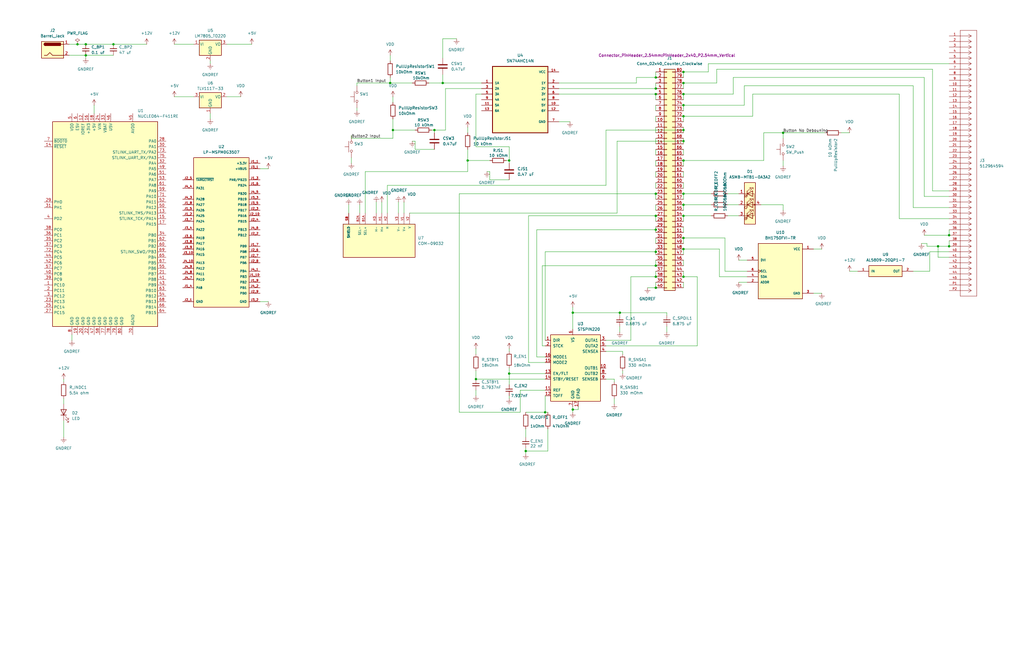
<source format=kicad_sch>
(kicad_sch (version 20250114) (generator "eeschema") (generator_version "9.0")
  (paper "User" 470 297)
  (lib_symbols
    (symbol "512964594:512964594" (pin_names (offset 1.016))
      (property "Reference" "J" (at 4.1656 5.3086 0))
      (property "Value" "512964594" (at 4.8006 -59.4614 0))
      (symbol "512964594_0_0"
        (pin passive line (at 0 0 0) (length 5.08) (name "~") (number "1"))
        (pin passive line (at 0 -2.54 0) (length 5.08) (name "~") (number "2"))
        (pin passive line (at 0 -5.08 0) (length 5.08) (name "~") (number "3"))
        (pin passive line (at 0 -7.62 0) (length 5.08) (name "~") (number "4"))
        (pin passive line (at 0 -10.16 0) (length 5.08) (name "~") (number "5"))
        (pin passive line (at 0 -12.7 0) (length 5.08) (name "~") (number "6"))
        (pin passive line (at 0 -15.24 0) (length 5.08) (name "~") (number "7"))
        (pin passive line (at 0 -17.78 0) (length 5.08) (name "~") (number "8"))
        (pin passive line (at 0 -20.32 0) (length 5.08) (name "~") (number "9"))
        (pin passive line (at 0 -22.86 0) (length 5.08) (name "~") (number "10"))
        (pin passive line (at 0 -25.4 0) (length 5.08) (name "~") (number "11"))
        (pin passive line (at 0 -27.94 0) (length 5.08) (name "~") (number "12"))
        (pin passive line (at 0 -30.48 0) (length 5.08) (name "~") (number "13"))
        (pin passive line (at 0 -33.02 0) (length 5.08) (name "~") (number "14"))
        (pin passive line (at 0 -35.56 0) (length 5.08) (name "~") (number "15"))
        (pin passive line (at 0 -38.1 0) (length 5.08) (name "~") (number "16"))
        (pin passive line (at 0 -40.64 0) (length 5.08) (name "~") (number "17"))
        (pin passive line (at 0 -43.18 0) (length 5.08) (name "~") (number "18"))
        (pin passive line (at 0 -45.72 0) (length 5.08) (name "~") (number "19"))
        (pin passive line (at 0 -48.26 0) (length 5.08) (name "~") (number "20"))
        (pin passive line (at 0 -50.8 0) (length 5.08) (name "~") (number "21"))
        (pin passive line (at 0 -53.34 0) (length 5.08) (name "~") (number "22"))
        (pin passive line (at 0 -55.88 0) (length 5.08) (name "~") (number "23"))
        (pin passive line (at 0 -58.42 0) (length 5.08) (name "~") (number "24"))
        (pin passive line (at 0 -60.96 0) (length 5.08) (name "~") (number "25"))
        (pin passive line (at 0 -63.5 0) (length 5.08) (name "~") (number "26"))
        (pin passive line (at 0 -66.04 0) (length 5.08) (name "~") (number "27"))
        (pin passive line (at 0 -68.58 0) (length 5.08) (name "~") (number "28"))
        (pin passive line (at 0 -71.12 0) (length 5.08) (name "~") (number "29"))
        (pin passive line (at 0 -73.66 0) (length 5.08) (name "~") (number "30"))
        (pin passive line (at 0 -76.2 0) (length 5.08) (name "~") (number "31"))
        (pin passive line (at 0 -78.74 0) (length 5.08) (name "~") (number "32"))
        (pin passive line (at 0 -81.28 0) (length 5.08) (name "~") (number "33"))
        (pin passive line (at 0 -83.82 0) (length 5.08) (name "~") (number "34"))
        (pin passive line (at 0 -86.36 0) (length 5.08) (name "~") (number "35"))
        (pin passive line (at 0 -88.9 0) (length 5.08) (name "~") (number "36"))
        (pin passive line (at 0 -91.44 0) (length 5.08) (name "~") (number "37"))
        (pin passive line (at 0 -93.98 0) (length 5.08) (name "~") (number "38"))
        (pin passive line (at 0 -96.52 0) (length 5.08) (name "~") (number "39"))
        (pin passive line (at 0 -99.06 0) (length 5.08) (name "~") (number "40"))
        (pin passive line (at 0 -101.6 0) (length 5.08) (name "~") (number "41"))
        (pin passive line (at 0 -104.14 0) (length 5.08) (name "~") (number "42"))
        (pin passive line (at 0 -106.68 0) (length 5.08) (name "~") (number "43"))
        (pin passive line (at 0 -109.22 0) (length 5.08) (name "~") (number "44"))
        (pin passive line (at 0 -111.76 0) (length 5.08) (name "~") (number "45"))
        (pin passive line (at 0 -114.3 0) (length 5.08) (name "~") (number "P1"))
        (pin passive line (at 0 -116.84 0) (length 5.08) (name "~") (number "P2"))
      )
    )
    (symbol "AL5809-20QP1-7:AL5809-20QP1-7" (pin_names (offset 1.016))
      (property "Reference" "U" (at -7.62 3.302 0))
      (property "Value" "AL5809-20QP1-7" (at -7.62 -5.08 0))
      (symbol "AL5809-20QP1-7_0_0"
        (pin input line (at -12.7 0 0) (length 5.08) (name "IN") (number "1"))
        (pin output line (at 12.7 0 180) (length 5.08) (name "OUT") (number "2"))
      )
    )
    (symbol "BH1750FVI-TR:BH1750FVI-TR" (pin_names (offset 1.016))
      (property "Reference" "U" (at -10.1737 13.462 0))
      (property "Value" "BH1750FVI-TR" (at -9.922 -15.24 0))
      (symbol "BH1750FVI-TR_0_0"
        (pin input line (at -15.24 5.08 0) (length 5.08) (name "DVI") (number "5"))
        (pin input clock (at -15.24 0 0) (length 5.08) (name "SCL") (number "6"))
        (pin bidirectional line (at -15.24 -2.54 0) (length 5.08) (name "SDA") (number "4"))
        (pin input line (at -15.24 -5.08 0) (length 5.08) (name "ADDR") (number "2"))
        (pin power_in line (at 15.24 10.16 180) (length 5.08) (name "VCC") (number "1"))
        (pin power_in line (at 15.24 -10.16 180) (length 5.08) (name "GND") (number "3"))
      )
    )
    (symbol "COM-09032:COM-09032" (pin_names (offset 1.016))
      (property "Reference" "U" (at -7.62 16.002 0))
      (property "Value" "COM-09032" (at -7.62 -20.32 0))
      (symbol "COM-09032_0_0"
        (pin passive line (at -12.7 12.7 0) (length 5.08) (name "V") (number "V2"))
        (pin passive line (at -12.7 10.16 0) (length 5.08) (name "V+") (number "V1"))
        (pin passive line (at -12.7 7.62 0) (length 5.08) (name "V-") (number "V3"))
        (pin passive line (at -12.7 2.54 0) (length 5.08) (name "H") (number "H2"))
        (pin passive line (at -12.7 0 0) (length 5.08) (name "H+") (number "H1"))
        (pin passive line (at -12.7 -2.54 0) (length 5.08) (name "H-") (number "H3"))
        (pin passive line (at -12.7 -7.62 0) (length 5.08) (name "SEL+") (number "B1A"))
        (pin passive line (at -12.7 -10.16 0) (length 5.08) (name "SEL-") (number "B2A"))
        (pin passive line (at -12.7 -15.24 0) (length 5.08) (name "SHIELD") (number "S1"))
        (pin passive line (at -12.7 -15.24 0) (length 5.08) (name "SHIELD") (number "S2"))
        (pin passive line (at -12.7 -15.24 0) (length 5.08) (name "SHIELD") (number "S3"))
        (pin passive line (at -12.7 -15.24 0) (length 5.08) (name "SHIELD") (number "S4"))
      )
    )
    (symbol "Connector:Barrel_Jack" (pin_names (offset 1.016))
      (property "Reference" "J" (at 0 5.334 0))
      (property "Value" "Barrel_Jack" (at 0 -5.08 0))
      (symbol "Barrel_Jack_1_1"
        (pin passive line (at 7.62 2.54 180) (length 2.54) (name "~") (number "1"))
        (pin passive line (at 7.62 -2.54 180) (length 2.54) (name "~") (number "2"))
      )
    )
    (symbol "Connector_Generic:Conn_02x40_Counter_Clockwise" (pin_names (offset 1.016) (hide yes))
      (property "Reference" "J" (at 1.27 50.8 0))
      (property "Value" "Conn_02x40_Counter_Clockwise" (at 1.27 -53.34 0))
      (symbol "Conn_02x40_Counter_Clockwise_1_1"
        (pin passive line (at -5.08 48.26 0) (length 3.81) (name "Pin_1") (number "1"))
        (pin passive line (at -5.08 45.72 0) (length 3.81) (name "Pin_2") (number "2"))
        (pin passive line (at -5.08 43.18 0) (length 3.81) (name "Pin_3") (number "3"))
        (pin passive line (at -5.08 40.64 0) (length 3.81) (name "Pin_4") (number "4"))
        (pin passive line (at -5.08 38.1 0) (length 3.81) (name "Pin_5") (number "5"))
        (pin passive line (at -5.08 35.56 0) (length 3.81) (name "Pin_6") (number "6"))
        (pin passive line (at -5.08 33.02 0) (length 3.81) (name "Pin_7") (number "7"))
        (pin passive line (at -5.08 30.48 0) (length 3.81) (name "Pin_8") (number "8"))
        (pin passive line (at -5.08 27.94 0) (length 3.81) (name "Pin_9") (number "9"))
        (pin passive line (at -5.08 25.4 0) (length 3.81) (name "Pin_10") (number "10"))
        (pin passive line (at -5.08 22.86 0) (length 3.81) (name "Pin_11") (number "11"))
        (pin passive line (at -5.08 20.32 0) (length 3.81) (name "Pin_12") (number "12"))
        (pin passive line (at -5.08 17.78 0) (length 3.81) (name "Pin_13") (number "13"))
        (pin passive line (at -5.08 15.24 0) (length 3.81) (name "Pin_14") (number "14"))
        (pin passive line (at -5.08 12.7 0) (length 3.81) (name "Pin_15") (number "15"))
        (pin passive line (at -5.08 10.16 0) (length 3.81) (name "Pin_16") (number "16"))
        (pin passive line (at -5.08 7.62 0) (length 3.81) (name "Pin_17") (number "17"))
        (pin passive line (at -5.08 5.08 0) (length 3.81) (name "Pin_18") (number "18"))
        (pin passive line (at -5.08 2.54 0) (length 3.81) (name "Pin_19") (number "19"))
        (pin passive line (at -5.08 0 0) (length 3.81) (name "Pin_20") (number "20"))
        (pin passive line (at -5.08 -2.54 0) (length 3.81) (name "Pin_21") (number "21"))
        (pin passive line (at -5.08 -5.08 0) (length 3.81) (name "Pin_22") (number "22"))
        (pin passive line (at -5.08 -7.62 0) (length 3.81) (name "Pin_23") (number "23"))
        (pin passive line (at -5.08 -10.16 0) (length 3.81) (name "Pin_24") (number "24"))
        (pin passive line (at -5.08 -12.7 0) (length 3.81) (name "Pin_25") (number "25"))
        (pin passive line (at -5.08 -15.24 0) (length 3.81) (name "Pin_26") (number "26"))
        (pin passive line (at -5.08 -17.78 0) (length 3.81) (name "Pin_27") (number "27"))
        (pin passive line (at -5.08 -20.32 0) (length 3.81) (name "Pin_28") (number "28"))
        (pin passive line (at -5.08 -22.86 0) (length 3.81) (name "Pin_29") (number "29"))
        (pin passive line (at -5.08 -25.4 0) (length 3.81) (name "Pin_30") (number "30"))
        (pin passive line (at -5.08 -27.94 0) (length 3.81) (name "Pin_31") (number "31"))
        (pin passive line (at -5.08 -30.48 0) (length 3.81) (name "Pin_32") (number "32"))
        (pin passive line (at -5.08 -33.02 0) (length 3.81) (name "Pin_33") (number "33"))
        (pin passive line (at -5.08 -35.56 0) (length 3.81) (name "Pin_34") (number "34"))
        (pin passive line (at -5.08 -38.1 0) (length 3.81) (name "Pin_35") (number "35"))
        (pin passive line (at -5.08 -40.64 0) (length 3.81) (name "Pin_36") (number "36"))
        (pin passive line (at -5.08 -43.18 0) (length 3.81) (name "Pin_37") (number "37"))
        (pin passive line (at -5.08 -45.72 0) (length 3.81) (name "Pin_38") (number "38"))
        (pin passive line (at -5.08 -48.26 0) (length 3.81) (name "Pin_39") (number "39"))
        (pin passive line (at -5.08 -50.8 0) (length 3.81) (name "Pin_40") (number "40"))
        (pin passive line (at 7.62 48.26 180) (length 3.81) (name "Pin_80") (number "80"))
        (pin passive line (at 7.62 45.72 180) (length 3.81) (name "Pin_79") (number "79"))
        (pin passive line (at 7.62 43.18 180) (length 3.81) (name "Pin_78") (number "78"))
        (pin passive line (at 7.62 40.64 180) (length 3.81) (name "Pin_77") (number "77"))
        (pin passive line (at 7.62 38.1 180) (length 3.81) (name "Pin_76") (number "76"))
        (pin passive line (at 7.62 35.56 180) (length 3.81) (name "Pin_75") (number "75"))
        (pin passive line (at 7.62 33.02 180) (length 3.81) (name "Pin_74") (number "74"))
        (pin passive line (at 7.62 30.48 180) (length 3.81) (name "Pin_73") (number "73"))
        (pin passive line (at 7.62 27.94 180) (length 3.81) (name "Pin_72") (number "72"))
        (pin passive line (at 7.62 25.4 180) (length 3.81) (name "Pin_71") (number "71"))
        (pin passive line (at 7.62 22.86 180) (length 3.81) (name "Pin_70") (number "70"))
        (pin passive line (at 7.62 20.32 180) (length 3.81) (name "Pin_69") (number "69"))
        (pin passive line (at 7.62 17.78 180) (length 3.81) (name "Pin_68") (number "68"))
        (pin passive line (at 7.62 15.24 180) (length 3.81) (name "Pin_67") (number "67"))
        (pin passive line (at 7.62 12.7 180) (length 3.81) (name "Pin_66") (number "66"))
        (pin passive line (at 7.62 10.16 180) (length 3.81) (name "Pin_65") (number "65"))
        (pin passive line (at 7.62 7.62 180) (length 3.81) (name "Pin_64") (number "64"))
        (pin passive line (at 7.62 5.08 180) (length 3.81) (name "Pin_63") (number "63"))
        (pin passive line (at 7.62 2.54 180) (length 3.81) (name "Pin_62") (number "62"))
        (pin passive line (at 7.62 0 180) (length 3.81) (name "Pin_61") (number "61"))
        (pin passive line (at 7.62 -2.54 180) (length 3.81) (name "Pin_60") (number "60"))
        (pin passive line (at 7.62 -5.08 180) (length 3.81) (name "Pin_59") (number "59"))
        (pin passive line (at 7.62 -7.62 180) (length 3.81) (name "Pin_58") (number "58"))
        (pin passive line (at 7.62 -10.16 180) (length 3.81) (name "Pin_57") (number "57"))
        (pin passive line (at 7.62 -12.7 180) (length 3.81) (name "Pin_56") (number "56"))
        (pin passive line (at 7.62 -15.24 180) (length 3.81) (name "Pin_55") (number "55"))
        (pin passive line (at 7.62 -17.78 180) (length 3.81) (name "Pin_54") (number "54"))
        (pin passive line (at 7.62 -20.32 180) (length 3.81) (name "Pin_53") (number "53"))
        (pin passive line (at 7.62 -22.86 180) (length 3.81) (name "Pin_52") (number "52"))
        (pin passive line (at 7.62 -25.4 180) (length 3.81) (name "Pin_51") (number "51"))
        (pin passive line (at 7.62 -27.94 180) (length 3.81) (name "Pin_50") (number "50"))
        (pin passive line (at 7.62 -30.48 180) (length 3.81) (name "Pin_49") (number "49"))
        (pin passive line (at 7.62 -33.02 180) (length 3.81) (name "Pin_48") (number "48"))
        (pin passive line (at 7.62 -35.56 180) (length 3.81) (name "Pin_47") (number "47"))
        (pin passive line (at 7.62 -38.1 180) (length 3.81) (name "Pin_46") (number "46"))
        (pin passive line (at 7.62 -40.64 180) (length 3.81) (name "Pin_45") (number "45"))
        (pin passive line (at 7.62 -43.18 180) (length 3.81) (name "Pin_44") (number "44"))
        (pin passive line (at 7.62 -45.72 180) (length 3.81) (name "Pin_43") (number "43"))
        (pin passive line (at 7.62 -48.26 180) (length 3.81) (name "Pin_42") (number "42"))
        (pin passive line (at 7.62 -50.8 180) (length 3.81) (name "Pin_41") (number "41"))
      )
    )
    (symbol "Device:C" (pin_numbers (hide yes)) (pin_names (offset 0.254))
      (property "Reference" "C" (at 0.635 2.54 0))
      (property "Value" "C" (at 0.635 -2.54 0))
      (symbol "C_1_1"
        (pin passive line (at 0 3.81 270) (length 2.794) (name "~") (number "1"))
        (pin passive line (at 0 -3.81 90) (length 2.794) (name "~") (number "2"))
      )
    )
    (symbol "Device:C_Small" (pin_numbers (hide yes)) (pin_names (offset 0.254) (hide yes))
      (property "Reference" "C" (at 0.254 1.778 0))
      (property "Value" "C_Small" (at 0.254 -2.032 0))
      (symbol "C_Small_1_1"
        (pin passive line (at 0 2.54 270) (length 2.032) (name "~") (number "1"))
        (pin passive line (at 0 -2.54 90) (length 2.032) (name "~") (number "2"))
      )
    )
    (symbol "Device:LED" (pin_numbers (hide yes)) (pin_names (offset 1.016) (hide yes))
      (property "Reference" "D" (at 0 2.54 0))
      (property "Value" "LED" (at 0 -2.54 0))
      (symbol "LED_1_1"
        (pin passive line (at -3.81 0 0) (length 2.54) (name "K") (number "1"))
        (pin passive line (at 3.81 0 180) (length 2.54) (name "A") (number "2"))
      )
    )
    (symbol "Device:R" (pin_numbers (hide yes)) (pin_names (offset 0))
      (property "Reference" "R" (at 2.032 0 90))
      (property "Value" "R" (at 0 0 90))
      (symbol "R_1_1"
        (pin passive line (at 0 3.81 270) (length 1.27) (name "~") (number "1"))
        (pin passive line (at 0 -3.81 90) (length 1.27) (name "~") (number "2"))
      )
    )
    (symbol "Driver_Motor:STSPIN220" (pin_names (offset 1.016))
      (property "Reference" "U" (at -10.16 16.51 0))
      (property "Value" "STSPIN220" (at 5.08 16.51 0))
      (symbol "STSPIN220_1_1"
        (pin input line (at -12.7 12.7 0) (length 2.54) (name "DIR") (number "1"))
        (pin input line (at -12.7 10.16 0) (length 2.54) (name "STCK") (number "2"))
        (pin input line (at -12.7 5.08 0) (length 2.54) (name "MODE1") (number "16"))
        (pin input line (at -12.7 2.54 0) (length 2.54) (name "MODE2") (number "15"))
        (pin bidirectional line (at -12.7 -2.54 0) (length 2.54) (name "EN/FLT") (number "13"))
        (pin input line (at -12.7 -5.08 0) (length 2.54) (name "STBY/RESET") (number "14"))
        (pin input line (at -12.7 -10.16 0) (length 2.54) (name "REF") (number "11"))
        (pin input line (at -12.7 -12.7 0) (length 2.54) (name "TOFF") (number "12"))
        (pin power_in line (at 0 17.78 270) (length 2.54) (name "VS") (number "6"))
        (pin power_in line (at 0 -17.78 90) (length 2.54) (name "GND") (number "7"))
        (pin power_in line (at 2.54 -17.78 90) (length 2.54) (name "EPAD") (number "17"))
        (pin power_out line (at 15.24 12.7 180) (length 2.54) (name "OUTA1") (number "3"))
        (pin power_out line (at 15.24 10.16 180) (length 2.54) (name "OUTA2") (number "5"))
        (pin power_out line (at 15.24 7.62 180) (length 2.54) (name "SENSEA") (number "4"))
        (pin power_out line (at 15.24 0 180) (length 2.54) (name "OUTB1") (number "10"))
        (pin power_out line (at 15.24 -2.54 180) (length 2.54) (name "OUTB2") (number "8"))
        (pin power_out line (at 15.24 -5.08 180) (length 2.54) (name "SENSEB") (number "9"))
      )
    )
    (symbol "LED:ASMB-MTB1-0A3A2" (pin_names (offset 0) (hide yes))
      (property "Reference" "D" (at 0 12.7 0))
      (property "Value" "ASMB-MTB1-0A3A2" (at 1.27 -11.43 0))
      (symbol "ASMB-MTB1-0A3A2_0_0"
        (text "R" (at -1.905 3.81 0) (effects (font (size 1.27 1.27))))
        (text "G" (at -1.905 -1.27 0) (effects (font (size 1.27 1.27))))
        (text "B" (at -1.905 -6.35 0) (effects (font (size 1.27 1.27))))
      )
      (symbol "ASMB-MTB1-0A3A2_1_1"
        (pin passive line (at -5.08 5.08 0) (length 2.54) (name "RK") (number "1"))
        (pin passive line (at -5.08 0 0) (length 2.54) (name "GK") (number "2"))
        (pin passive line (at -5.08 -5.08 0) (length 2.54) (name "BK") (number "3"))
        (pin passive line (at 5.08 0 180) (length 2.54) (name "A") (number "4"))
      )
    )
    (symbol "MCU_Module:NUCLEO64-F411RE"
      (property "Reference" "U" (at -17.78 50.165 0))
      (property "Value" "NUCLEO64-F411RE" (at -17.78 48.26 0))
      (symbol "NUCLEO64-F411RE_1_1"
        (pin input line (at -27.94 38.1 0) (length 3.81) (name "~{BOOT0}") (number "7"))
        (pin input line (at -27.94 35.56 0) (length 3.81) (name "~{RESET}") (number "14"))
        (pin bidirectional line (at -27.94 10.16 0) (length 3.81) (name "PH0") (number "29"))
        (pin bidirectional line (at -27.94 7.62 0) (length 3.81) (name "PH1") (number "31"))
        (pin bidirectional line (at -27.94 2.54 0) (length 3.81) (name "PD2") (number "4"))
        (pin bidirectional line (at -27.94 -2.54 0) (length 3.81) (name "PC0") (number "38"))
        (pin bidirectional line (at -27.94 -5.08 0) (length 3.81) (name "PC1") (number "36"))
        (pin bidirectional line (at -27.94 -7.62 0) (length 3.81) (name "PC2") (number "35"))
        (pin bidirectional line (at -27.94 -10.16 0) (length 3.81) (name "PC3") (number "37"))
        (pin bidirectional line (at -27.94 -12.7 0) (length 3.81) (name "PC4") (number "72"))
        (pin bidirectional line (at -27.94 -15.24 0) (length 3.81) (name "PC5") (number "44"))
        (pin bidirectional line (at -27.94 -17.78 0) (length 3.81) (name "PC6") (number "42"))
        (pin bidirectional line (at -27.94 -20.32 0) (length 3.81) (name "PC7") (number "57"))
        (pin bidirectional line (at -27.94 -22.86 0) (length 3.81) (name "PC8") (number "40"))
        (pin bidirectional line (at -27.94 -25.4 0) (length 3.81) (name "PC9") (number "39"))
        (pin bidirectional line (at -27.94 -27.94 0) (length 3.81) (name "PC10") (number "1"))
        (pin bidirectional line (at -27.94 -30.48 0) (length 3.81) (name "PC11") (number "2"))
        (pin bidirectional line (at -27.94 -33.02 0) (length 3.81) (name "PC12") (number "3"))
        (pin bidirectional line (at -27.94 -35.56 0) (length 3.81) (name "PC13") (number "23"))
        (pin bidirectional line (at -27.94 -38.1 0) (length 3.81) (name "PC14") (number "25"))
        (pin bidirectional line (at -27.94 -40.64 0) (length 3.81) (name "PC15") (number "27"))
        (pin no_connect line (at -24.13 33.02 0) (length 3.81) (hide yes) (name "NC") (number "56"))
        (pin no_connect line (at -24.13 30.48 0) (length 3.81) (hide yes) (name "NC") (number "74"))
        (pin no_connect line (at -24.13 27.94 0) (length 3.81) (hide yes) (name "NC") (number "76"))
        (pin no_connect line (at -24.13 25.4 0) (length 3.81) (hide yes) (name "NC") (number "48"))
        (pin no_connect line (at -24.13 22.86 0) (length 3.81) (hide yes) (name "NC") (number "26"))
        (pin no_connect line (at -24.13 20.32 0) (length 3.81) (hide yes) (name "NC") (number "10"))
        (pin no_connect line (at -24.13 17.78 0) (length 3.81) (hide yes) (name "NC") (number "9"))
        (pin no_connect line (at -24.13 15.24 0) (length 3.81) (hide yes) (name "NC") (number "11"))
        (pin power_in line (at -15.24 50.8 270) (length 3.81) (name "VDD") (number "5"))
        (pin power_in line (at -15.24 -50.8 90) (length 3.81) (name "GND") (number "8"))
        (pin power_in line (at -12.7 50.8 270) (length 3.81) (name "E5V") (number "6"))
        (pin power_in line (at -12.7 -50.8 90) (length 3.81) (name "GND") (number "19"))
        (pin power_in line (at -10.16 50.8 270) (length 3.81) (name "IOREF") (number "12"))
        (pin power_in line (at -10.16 -50.8 90) (length 3.81) (name "GND") (number "20"))
        (pin power_in line (at -7.62 50.8 270) (length 3.81) (name "+3V3") (number "16"))
        (pin power_in line (at -7.62 -50.8 90) (length 3.81) (name "GND") (number "22"))
        (pin power_in line (at -5.08 50.8 270) (length 3.81) (name "+5V") (number "18"))
        (pin power_in line (at -5.08 -50.8 90) (length 3.81) (name "GND") (number "47"))
        (pin power_in line (at -2.54 50.8 270) (length 3.81) (name "VIN") (number "24"))
        (pin power_in line (at -2.54 -50.8 90) (length 3.81) (name "GND") (number "58"))
        (pin power_in line (at 0 50.8 270) (length 3.81) (name "VBAT") (number "33"))
        (pin power_in line (at 0 -50.8 90) (length 3.81) (name "GND") (number "77"))
        (pin power_in line (at 2.54 50.8 270) (length 3.81) (name "U5V") (number "46"))
        (pin power_in line (at 2.54 -50.8 90) (length 3.81) (name "GND") (number "78"))
        (pin power_in line (at 5.08 -50.8 90) (length 3.81) (name "GND") (number "79"))
        (pin power_in line (at 7.62 -50.8 90) (length 3.81) (name "GND") (number "80"))
        (pin power_in line (at 12.7 50.8 270) (length 3.81) (name "AVDD") (number "45"))
        (pin power_in line (at 12.7 -50.8 90) (length 3.81) (name "AGND") (number "70"))
        (pin bidirectional line (at 27.94 38.1 180) (length 3.81) (name "PA0") (number "28"))
        (pin bidirectional line (at 27.94 35.56 180) (length 3.81) (name "PA1") (number "30"))
        (pin bidirectional line (at 27.94 33.02 180) (length 3.81) (name "STLINK_UART_TX/PA2") (number "73"))
        (pin bidirectional line (at 27.94 30.48 180) (length 3.81) (name "STLINK_UART_RX/PA3") (number "75"))
        (pin bidirectional line (at 27.94 27.94 180) (length 3.81) (name "PA4") (number "32"))
        (pin bidirectional line (at 27.94 25.4 180) (length 3.81) (name "PA5") (number "49"))
        (pin bidirectional line (at 27.94 22.86 180) (length 3.81) (name "PA6") (number "51"))
        (pin bidirectional line (at 27.94 20.32 180) (length 3.81) (name "PA7") (number "53"))
        (pin bidirectional line (at 27.94 17.78 180) (length 3.81) (name "PA8") (number "61"))
        (pin bidirectional line (at 27.94 15.24 180) (length 3.81) (name "PA9") (number "59"))
        (pin bidirectional line (at 27.94 12.7 180) (length 3.81) (name "PA10") (number "71"))
        (pin bidirectional line (at 27.94 10.16 180) (length 3.81) (name "PA11") (number "52"))
        (pin bidirectional line (at 27.94 7.62 180) (length 3.81) (name "PA12") (number "50"))
        (pin bidirectional line (at 27.94 5.08 180) (length 3.81) (name "STLINK_TMS/PA13") (number "13"))
        (pin bidirectional line (at 27.94 2.54 180) (length 3.81) (name "STLINK_TCK/PA14") (number "15"))
        (pin bidirectional line (at 27.94 0 180) (length 3.81) (name "PA15") (number "17"))
        (pin bidirectional line (at 27.94 -5.08 180) (length 3.81) (name "PB0") (number "34"))
        (pin bidirectional line (at 27.94 -7.62 180) (length 3.81) (name "PB1") (number "62"))
        (pin bidirectional line (at 27.94 -10.16 180) (length 3.81) (name "PB2") (number "60"))
        (pin bidirectional line (at 27.94 -12.7 180) (length 3.81) (name "STLINK_SWO/PB3") (number "69"))
        (pin bidirectional line (at 27.94 -15.24 180) (length 3.81) (name "PB4") (number "65"))
        (pin bidirectional line (at 27.94 -17.78 180) (length 3.81) (name "PB5") (number "67"))
        (pin bidirectional line (at 27.94 -20.32 180) (length 3.81) (name "PB6") (number "55"))
        (pin bidirectional line (at 27.94 -22.86 180) (length 3.81) (name "PB7") (number "21"))
        (pin bidirectional line (at 27.94 -25.4 180) (length 3.81) (name "PB8") (number "41"))
        (pin bidirectional line (at 27.94 -27.94 180) (length 3.81) (name "PB9") (number "43"))
        (pin bidirectional line (at 27.94 -30.48 180) (length 3.81) (name "PB10") (number "63"))
        (pin bidirectional line (at 27.94 -33.02 180) (length 3.81) (name "PB12") (number "54"))
        (pin bidirectional line (at 27.94 -35.56 180) (length 3.81) (name "PB13") (number "68"))
        (pin bidirectional line (at 27.94 -38.1 180) (length 3.81) (name "PB14") (number "66"))
        (pin bidirectional line (at 27.94 -40.64 180) (length 3.81) (name "PB15") (number "64"))
      )
    )
    (symbol "Regulator_Linear:LM7805_TO220" (pin_names (offset 0.254))
      (property "Reference" "U" (at -3.81 3.175 0))
      (property "Value" "LM7805_TO220" (at 0 3.175 0))
      (symbol "LM7805_TO220_1_1"
        (pin power_in line (at -7.62 0 0) (length 2.54) (name "VI") (number "1"))
        (pin power_in line (at 0 -7.62 90) (length 2.54) (name "GND") (number "2"))
        (pin power_out line (at 7.62 0 180) (length 2.54) (name "VO") (number "3"))
      )
    )
    (symbol "Regulator_Linear:TLV1117-33" (pin_names (offset 0.254))
      (property "Reference" "U" (at -3.81 3.175 0))
      (property "Value" "TLV1117-33" (at 0 3.175 0))
      (symbol "TLV1117-33_1_1"
        (pin power_in line (at -7.62 0 0) (length 2.54) (name "VI") (number "3"))
        (pin power_in line (at 0 -7.62 90) (length 2.54) (name "GND") (number "1"))
        (pin power_out line (at 7.62 0 180) (length 2.54) (name "VO") (number "2"))
      )
    )
    (symbol "SN74AHC14N:SN74AHC14N" (pin_names (offset 1.016))
      (property "Reference" "U" (at -12.7 16.24 0))
      (property "Value" "SN74AHC14N" (at -12.7 -19.24 0))
      (symbol "SN74AHC14N_0_0"
        (pin input line (at -17.78 7.62 0) (length 5.08) (name "1A") (number "1"))
        (pin input line (at -17.78 5.08 0) (length 5.08) (name "2A") (number "3"))
        (pin input line (at -17.78 2.54 0) (length 5.08) (name "3A") (number "5"))
        (pin input line (at -17.78 0 0) (length 5.08) (name "4A") (number "9"))
        (pin input line (at -17.78 -2.54 0) (length 5.08) (name "5A") (number "11"))
        (pin input line (at -17.78 -5.08 0) (length 5.08) (name "6A") (number "13"))
        (pin power_in line (at 17.78 12.7 180) (length 5.08) (name "VCC") (number "14"))
        (pin output line (at 17.78 7.62 180) (length 5.08) (name "1Y") (number "2"))
        (pin output line (at 17.78 5.08 180) (length 5.08) (name "2Y") (number "4"))
        (pin output line (at 17.78 2.54 180) (length 5.08) (name "3Y") (number "6"))
        (pin output line (at 17.78 0 180) (length 5.08) (name "4Y") (number "8"))
        (pin output line (at 17.78 -2.54 180) (length 5.08) (name "5Y") (number "10"))
        (pin output line (at 17.78 -5.08 180) (length 5.08) (name "6Y") (number "12"))
        (pin power_in line (at 17.78 -10.16 180) (length 5.08) (name "GND") (number "7"))
      )
    )
    (symbol "Switch:SW_Push" (pin_numbers (hide yes)) (pin_names (offset 1.016) (hide yes))
      (property "Reference" "SW" (at 1.27 2.54 0))
      (property "Value" "SW_Push" (at 0 -1.524 0))
      (symbol "SW_Push_0_1"
        (pin passive line (at -5.08 0 0) (length 2.54) (name "1") (number "1"))
        (pin passive line (at 5.08 0 180) (length 2.54) (name "2") (number "2"))
      )
    )
    (symbol "TI_MSPM0:LP-MSPM0G3507" (pin_names (offset 1.016))
      (property "Reference" "U?" (at -12.7367 34.3099 0))
      (property "Value" "LP-MSPM0G3507" (at -10.16 -38.1 0))
      (symbol "LP-MSPM0G3507_1_0"
        (pin input line (at -17.78 22.86 0) (length 5.08) (name "~{TARGETRST}") (number "J2_5"))
        (pin bidirectional line (at -17.78 19.05 0) (length 5.08) (name "PA31") (number "J4_4"))
        (pin bidirectional line (at -17.78 13.97 0) (length 5.08) (name "PA28") (number "J4_3"))
        (pin bidirectional line (at -17.78 11.43 0) (length 5.08) (name "PA27") (number "J1_8"))
        (pin bidirectional line (at -17.78 8.89 0) (length 5.08) (name "PA26") (number "J1_5"))
        (pin bidirectional line (at -17.78 6.35 0) (length 5.08) (name "PA25") (number "J1_2"))
        (pin bidirectional line (at -17.78 3.81 0) (length 5.08) (name "PA24") (number "J3_7"))
        (pin bidirectional line (at -17.78 0 0) (length 5.08) (name "PA22") (number "J3_4"))
        (pin bidirectional line (at -17.78 -3.81 0) (length 5.08) (name "PA18") (number "J3_6"))
        (pin bidirectional line (at -17.78 -6.35 0) (length 5.08) (name "PA17") (number "J3_8"))
        (pin bidirectional line (at -17.78 -8.89 0) (length 5.08) (name "PA16") (number "J3_9"))
        (pin bidirectional line (at -17.78 -11.43 0) (length 5.08) (name "PA15") (number "J3_10"))
        (pin bidirectional line (at -17.78 -15.24 0) (length 5.08) (name "PA13") (number "J4_10"))
        (pin bidirectional line (at -17.78 -17.78 0) (length 5.08) (name "PA12") (number "J4_9"))
        (pin bidirectional line (at -17.78 -20.32 0) (length 5.08) (name "PA11") (number "J4_8"))
        (pin bidirectional line (at -17.78 -22.86 0) (length 5.08) (name "PA10") (number "J4_7"))
        (pin bidirectional line (at -17.78 -26.67 0) (length 5.08) (name "PA8") (number "J1_4"))
        (pin power_out line (at -17.78 -33.02 0) (length 5.08) (name "GND") (number "J2_1"))
        (pin power_out line (at 17.78 30.48 180) (length 5.08) (name "+3.3V") (number "J1_1"))
        (pin power_out line (at 17.78 27.94 180) (length 5.08) (name "+VBUS") (number "J3_1"))
        (pin bidirectional line (at 17.78 22.86 180) (length 5.08) (name "PA9/PB23") (number "J1_3"))
        (pin bidirectional line (at 17.78 20.32 180) (length 5.08) (name "PB24") (number "J1_6"))
        (pin bidirectional line (at 17.78 16.51 180) (length 5.08) (name "PB20") (number "J4_5"))
        (pin bidirectional line (at 17.78 13.97 180) (length 5.08) (name "PB19") (number "J3_3"))
        (pin bidirectional line (at 17.78 11.43 180) (length 5.08) (name "PB18") (number "J3_5"))
        (pin bidirectional line (at 17.78 8.89 180) (length 5.08) (name "PB17") (number "J2_3"))
        (pin bidirectional line (at 17.78 6.35 180) (length 5.08) (name "PB16") (number "J2_10"))
        (pin bidirectional line (at 17.78 3.81 180) (length 5.08) (name "PB15") (number "J2_4"))
        (pin bidirectional line (at 17.78 0 180) (length 5.08) (name "PB13") (number "J4_6"))
        (pin bidirectional line (at 17.78 -2.54 180) (length 5.08) (name "PB12") (number "J2_2"))
        (pin bidirectional line (at 17.78 -7.62 180) (length 5.08) (name "PB9") (number "J1_7"))
        (pin bidirectional line (at 17.78 -10.16 180) (length 5.08) (name "PB8") (number "J2_6"))
        (pin bidirectional line (at 17.78 -12.7 180) (length 5.08) (name "PB7") (number "J2_7"))
        (pin bidirectional line (at 17.78 -15.24 180) (length 5.08) (name "PB6") (number "J2_8"))
        (pin bidirectional line (at 17.78 -19.05 180) (length 5.08) (name "PB4") (number "J4_1"))
        (pin bidirectional line (at 17.78 -21.59 180) (length 5.08) (name "PB3") (number "J1_10"))
        (pin bidirectional line (at 17.78 -24.13 180) (length 5.08) (name "PB2") (number "J1_9"))
        (pin bidirectional line (at 17.78 -26.67 180) (length 5.08) (name "PB1") (number "J4_2"))
        (pin bidirectional line (at 17.78 -29.21 180) (length 5.08) (name "PB0") (number "J2_9"))
        (pin power_out line (at 17.78 -33.02 180) (length 5.08) (name "GND") (number "J3_2"))
      )
    )
    (symbol "power:+12V" (power) (pin_numbers (hide yes)) (pin_names (offset 0) (hide yes))
      (property "Value" "+12V" (at 0 3.556 0))
      (symbol "+12V_1_1"
        (pin power_in line (at 0 0 90) (length 0) (name "~") (number "1"))
      )
    )
    (symbol "power:+5V" (power) (pin_numbers (hide yes)) (pin_names (offset 0) (hide yes))
      (property "Value" "+5V" (at 0 3.556 0))
      (symbol "+5V_1_1"
        (pin power_in line (at 0 0 90) (length 0) (name "~") (number "1"))
      )
    )
    (symbol "power:GNDREF" (power) (pin_names (offset 0))
      (property "Value" "GNDREF" (at 0 -3.81 0))
      (symbol "GNDREF_1_1"
        (pin power_in line (at 0 0 270) (length 0) (hide yes) (name "GNDREF") (number "1"))
      )
    )
    (symbol "power:PWR_FLAG" (power) (pin_numbers (hide yes)) (pin_names (offset 0) (hide yes))
      (property "Value" "PWR_FLAG" (at 0 3.81 0))
      (symbol "PWR_FLAG_0_0"
        (pin power_out line (at 0 0 90) (length 0) (name "~") (number "1"))
      )
    )
    (symbol "power:VDD" (power) (pin_numbers (hide yes)) (pin_names (offset 0) (hide yes))
      (property "Value" "VDD" (at 0 3.556 0))
      (symbol "VDD_1_1"
        (pin power_in line (at 0 0 90) (length 0) (name "~") (number "1"))
      )
    )
  )
  (junction (at 35.56 20.32))
  (junction (at 233.68 171.45))
  (junction (at 313.69 88.9))
  (junction (at 199.39 59.69))
  (junction (at 313.69 33.02))
  (junction (at 313.69 93.98))
  (junction (at 313.69 73.66))
  (junction (at 284.48 143.51))
  (junction (at 430.53 113.03))
  (junction (at 313.69 59.69))
  (junction (at 313.69 127))
  (junction (at 300.99 88.9))
  (junction (at 233.68 73.66))
  (junction (at 300.99 105.41))
  (junction (at 300.99 99.06))
  (junction (at 313.69 53.34))
  (junction (at 300.99 115.57))
  (junction (at 300.99 43.18))
  (junction (at 203.2 38.1))
  (junction (at 435.61 113.03))
  (junction (at 180.34 59.69))
  (junction (at 313.69 48.26))
  (junction (at 214.63 73.66))
  (junction (at 313.69 114.3))
  (junction (at 218.44 173.99))
  (junction (at 313.69 38.1))
  (junction (at 262.89 187.96))
  (junction (at 313.69 109.22))
  (junction (at 300.99 35.56))
  (junction (at 300.99 127))
  (junction (at 39.37 25.4))
  (junction (at 39.37 20.32))
  (junction (at 179.07 38.1))
  (junction (at 300.99 121.92))
  (junction (at 241.3 207.01))
  (junction (at 359.41 60.96))
  (junction (at 313.69 99.06))
  (junction (at 52.07 20.32))
  (junction (at 250.19 189.23))
  (junction (at 300.99 40.64))
  (junction (at 262.89 143.51))
  (junction (at 313.69 64.77))
  (junction (at 300.99 132.08))
  (junction (at 313.69 43.18))
  (junction (at 435.61 107.95))
  (wire (pts (xy 320.04 158.75) (xy 320.04 127)))
  (wire (pts (xy 285.75 161.29) (xy 278.13 161.29)))
  (wire (pts (xy 341.63 48.26) (xy 313.69 48.26)))
  (wire (pts (xy 313.69 93.98) (xy 313.69 96.52)))
  (wire (pts (xy 210.82 88.9) (xy 300.99 88.9)))
  (wire (pts (xy 300.99 124.46) (xy 300.99 127)))
  (wire (pts (xy 250.19 163.83) (xy 246.38 163.83)))
  (wire (pts (xy 341.63 39.37) (xy 419.1 39.37)))
  (wire (pts (xy 350.52 73.66) (xy 350.52 60.96)))
  (wire (pts (xy 412.75 100.33) (xy 412.75 43.18)))
  (wire (pts (xy 336.55 35.56) (xy 424.18 35.56)))
  (wire (pts (xy 242.57 99.06) (xy 242.57 166.37)))
  (wire (pts (xy 233.68 67.31) (xy 233.68 73.66)))
  (wire (pts (xy 160.02 93.98) (xy 160.02 97.79)))
  (wire (pts (xy 80.01 20.32) (xy 88.9 20.32)))
  (wire (pts (xy 80.01 44.45) (xy 88.9 44.45)))
  (wire (pts (xy 313.69 99.06) (xy 313.69 101.6)))
  (wire (pts (xy 179.07 25.4) (xy 179.07 27.94)))
  (wire (pts (xy 419.1 95.25) (xy 419.1 39.37)))
  (wire (pts (xy 180.34 59.69) (xy 180.34 63.5)))
  (wire (pts (xy 425.45 111.76) (xy 425.45 113.03)))
  (wire (pts (xy 435.61 110.49) (xy 435.61 113.03)))
  (wire (pts (xy 250.19 166.37) (xy 242.57 166.37)))
  (wire (pts (xy 328.93 31.75) (xy 328.93 38.1)))
  (wire (pts (xy 300.99 99.06) (xy 300.99 101.6)))
  (wire (pts (xy 265.43 187.96) (xy 262.89 187.96)))
  (wire (pts (xy 180.34 44.45) (xy 180.34 46.99)))
  (wire (pts (xy 104.14 44.45) (xy 110.49 44.45)))
  (wire (pts (xy 278.13 59.69) (xy 278.13 85.09)))
  (wire (pts (xy 313.69 38.1) (xy 328.93 38.1)))
  (wire (pts (xy 359.41 93.98) (xy 359.41 96.52)))
  (wire (pts (xy 218.44 43.18) (xy 218.44 67.31)))
  (wire (pts (xy 300.99 93.98) (xy 300.99 96.52)))
  (wire (pts (xy 313.69 119.38) (xy 313.69 121.92)))
  (wire (pts (xy 300.99 68.58) (xy 300.99 71.12)))
  (wire (pts (xy 330.2 127) (xy 342.9 127)))
  (wire (pts (xy 218.44 179.07) (xy 218.44 181.61)))
  (wire (pts (xy 31.75 25.4) (xy 39.37 25.4)))
  (wire (pts (xy 313.69 33.02) (xy 325.12 33.02)))
  (wire (pts (xy 300.99 119.38) (xy 300.99 121.92)))
  (wire (pts (xy 313.69 33.02) (xy 313.69 35.56)))
  (wire (pts (xy 163.83 49.53) (xy 163.83 50.8)))
  (wire (pts (xy 284.48 149.86) (xy 284.48 152.4)))
  (wire (pts (xy 332.74 109.22) (xy 332.74 124.46)))
  (wire (pts (xy 306.07 143.51) (xy 284.48 143.51)))
  (wire (pts (xy 214.63 73.66) (xy 214.63 78.74)))
  (wire (pts (xy 246.38 105.41) (xy 246.38 163.83)))
  (wire (pts (xy 278.13 173.99) (xy 281.94 173.99)))
  (wire (pts (xy 233.68 181.61) (xy 233.68 182.88)))
  (wire (pts (xy 313.69 43.18) (xy 313.69 45.72)))
  (wire (pts (xy 289.56 127) (xy 300.99 127)))
  (wire (pts (xy 185.42 92.71) (xy 185.42 97.79)))
  (wire (pts (xy 241.3 207.01) (xy 241.3 208.28)))
  (wire (pts (xy 424.18 90.17) (xy 424.18 35.56)))
  (wire (pts (xy 313.69 78.74) (xy 313.69 81.28)))
  (wire (pts (xy 389.89 124.46) (xy 393.7 124.46)))
  (wire (pts (xy 313.69 114.3) (xy 330.2 114.3)))
  (wire (pts (xy 250.19 115.57) (xy 300.99 115.57)))
  (wire (pts (xy 119.38 77.47) (xy 123.19 77.47)))
  (wire (pts (xy 359.41 60.96) (xy 359.41 63.5)))
  (wire (pts (xy 339.09 119.38) (xy 342.9 119.38)))
  (wire (pts (xy 33.02 153.67) (xy 33.02 156.21)))
  (wire (pts (xy 284.48 143.51) (xy 284.48 144.78)))
  (wire (pts (xy 300.99 43.18) (xy 300.99 45.72)))
  (wire (pts (xy 283.21 97.79) (xy 283.21 64.77)))
  (wire (pts (xy 430.53 118.11) (xy 430.53 113.03)))
  (wire (pts (xy 52.07 20.32) (xy 67.31 20.32)))
  (wire (pts (xy 313.69 93.98) (xy 326.39 93.98)))
  (wire (pts (xy 285.75 170.18) (xy 285.75 171.45)))
  (wire (pts (xy 313.69 99.06) (xy 326.39 99.06)))
  (wire (pts (xy 313.69 59.69) (xy 313.69 60.96)))
  (wire (pts (xy 104.14 20.32) (xy 115.57 20.32)))
  (wire (pts (xy 241.3 196.85) (xy 241.3 200.66)))
  (wire (pts (xy 167.64 97.79) (xy 167.64 78.74)))
  (wire (pts (xy 214.63 73.66) (xy 224.79 73.66)))
  (wire (pts (xy 233.68 168.91) (xy 233.68 171.45)))
  (wire (pts (xy 262.89 187.96) (xy 262.89 189.23)))
  (wire (pts (xy 426.72 124.46) (xy 426.72 115.57)))
  (wire (pts (xy 233.68 161.29) (xy 233.68 160.02)))
  (wire (pts (xy 238.76 179.07) (xy 250.19 179.07)))
  (wire (pts (xy 325.12 29.21) (xy 435.61 29.21)))
  (wire (pts (xy 281.94 173.99) (xy 281.94 175.26)))
  (wire (pts (xy 325.12 29.21) (xy 325.12 33.02)))
  (wire (pts (xy 262.89 143.51) (xy 284.48 143.51)))
  (wire (pts (xy 278.13 59.69) (xy 313.69 59.69)))
  (wire (pts (xy 196.85 38.1) (xy 203.2 38.1)))
  (wire (pts (xy 359.41 60.96) (xy 378.46 60.96)))
  (wire (pts (xy 218.44 173.99) (xy 250.19 173.99)))
  (wire (pts (xy 256.54 38.1) (xy 292.1 38.1)))
  (wire (pts (xy 300.99 104.14) (xy 300.99 105.41)))
  (wire (pts (xy 233.68 171.45) (xy 233.68 176.53)))
  (wire (pts (xy 313.69 124.46) (xy 313.69 127)))
  (wire (pts (xy 313.69 88.9) (xy 313.69 91.44)))
  (wire (pts (xy 250.19 189.23) (xy 251.46 189.23)))
  (wire (pts (xy 281.94 182.88) (xy 281.94 185.42)))
  (wire (pts (xy 435.61 90.17) (xy 424.18 90.17)))
  (wire (pts (xy 334.01 88.9) (xy 339.09 88.9)))
  (wire (pts (xy 313.69 73.66) (xy 350.52 73.66)))
  (wire (pts (xy 386.08 60.96) (xy 389.89 60.96)))
  (wire (pts (xy 199.39 59.69) (xy 199.39 60.96)))
  (wire (pts (xy 292.1 35.56) (xy 300.99 35.56)))
  (wire (pts (xy 256.54 43.18) (xy 300.99 43.18)))
  (wire (pts (xy 419.1 124.46) (xy 426.72 124.46)))
  (wire (pts (xy 313.69 109.22) (xy 313.69 111.76)))
  (wire (pts (xy 177.8 85.09) (xy 177.8 97.79)))
  (wire (pts (xy 39.37 25.4) (xy 52.07 25.4)))
  (wire (pts (xy 251.46 196.85) (xy 251.46 207.01)))
  (wire (pts (xy 233.68 171.45) (xy 250.19 171.45)))
  (wire (pts (xy 289.56 156.21) (xy 289.56 127)))
  (wire (pts (xy 262.89 186.69) (xy 262.89 187.96)))
  (wire (pts (xy 313.69 64.77) (xy 313.69 66.04)))
  (wire (pts (xy 300.99 63.5) (xy 300.99 66.04)))
  (wire (pts (xy 203.2 17.78) (xy 209.55 17.78)))
  (wire (pts (xy 306.07 143.51) (xy 306.07 144.78)))
  (wire (pts (xy 172.72 92.71) (xy 172.72 97.79)))
  (wire (pts (xy 218.44 160.02) (xy 218.44 162.56)))
  (wire (pts (xy 297.18 132.08) (xy 300.99 132.08)))
  (wire (pts (xy 313.69 83.82) (xy 313.69 86.36)))
  (wire (pts (xy 300.99 38.1) (xy 300.99 40.64)))
  (wire (pts (xy 300.99 114.3) (xy 300.99 115.57)))
  (wire (pts (xy 350.52 60.96) (xy 359.41 60.96)))
  (wire (pts (xy 345.44 43.18) (xy 412.75 43.18)))
  (wire (pts (xy 334.01 99.06) (xy 339.09 99.06)))
  (wire (pts (xy 300.99 129.54) (xy 300.99 132.08)))
  (wire (pts (xy 435.61 95.25) (xy 419.1 95.25)))
  (wire (pts (xy 161.29 72.39) (xy 161.29 74.93)))
  (wire (pts (xy 256.54 40.64) (xy 300.99 40.64)))
  (wire (pts (xy 373.38 134.62) (xy 377.19 134.62)))
  (wire (pts (xy 29.21 182.88) (xy 29.21 185.42)))
  (wire (pts (xy 285.75 162.56) (xy 285.75 161.29)))
  (wire (pts (xy 210.82 88.9) (xy 210.82 189.23)))
  (wire (pts (xy 224.79 78.74) (xy 224.79 82.55)))
  (wire (pts (xy 29.21 193.04) (xy 29.21 200.66)))
  (wire (pts (xy 313.69 53.34) (xy 313.69 55.88)))
  (wire (pts (xy 345.44 53.34) (xy 313.69 53.34)))
  (wire (pts (xy 313.69 88.9) (xy 326.39 88.9)))
  (wire (pts (xy 165.1 93.98) (xy 165.1 97.79)))
  (wire (pts (xy 31.75 20.32) (xy 35.56 20.32)))
  (wire (pts (xy 233.68 73.66) (xy 233.68 74.93)))
  (wire (pts (xy 435.61 100.33) (xy 412.75 100.33)))
  (wire (pts (xy 242.57 99.06) (xy 300.99 99.06)))
  (wire (pts (xy 232.41 73.66) (xy 233.68 73.66)))
  (wire (pts (xy 300.99 83.82) (xy 300.99 86.36)))
  (wire (pts (xy 427.99 87.63) (xy 427.99 31.75)))
  (wire (pts (xy 167.64 78.74) (xy 214.63 78.74)))
  (wire (pts (xy 300.99 78.74) (xy 300.99 81.28)))
  (wire (pts (xy 300.99 53.34) (xy 300.99 55.88)))
  (wire (pts (xy 265.43 186.69) (xy 265.43 187.96)))
  (wire (pts (xy 119.38 138.43) (xy 123.19 138.43)))
  (wire (pts (xy 182.88 92.71) (xy 182.88 97.79)))
  (wire (pts (xy 246.38 105.41) (xy 300.99 105.41)))
  (wire (pts (xy 313.69 129.54) (xy 313.69 132.08)))
  (wire (pts (xy 435.61 105.41) (xy 435.61 107.95)))
  (wire (pts (xy 187.96 97.79) (xy 283.21 97.79)))
  (wire (pts (xy 300.99 105.41) (xy 300.99 106.68)))
  (wire (pts (xy 218.44 170.18) (xy 218.44 173.99)))
  (wire (pts (xy 349.25 93.98) (xy 359.41 93.98)))
  (wire (pts (xy 262.89 140.97) (xy 262.89 143.51)))
  (wire (pts (xy 283.21 64.77) (xy 313.69 64.77)))
  (wire (pts (xy 373.38 114.3) (xy 377.19 114.3)))
  (wire (pts (xy 422.91 111.76) (xy 425.45 111.76)))
  (wire (pts (xy 179.07 35.56) (xy 179.07 38.1)))
  (wire (pts (xy 250.19 115.57) (xy 250.19 156.21)))
  (wire (pts (xy 313.69 104.14) (xy 313.69 106.68)))
  (wire (pts (xy 313.69 114.3) (xy 313.69 116.84)))
  (wire (pts (xy 210.82 189.23) (xy 238.76 189.23)))
  (wire (pts (xy 251.46 207.01) (xy 241.3 207.01)))
  (wire (pts (xy 241.3 205.74) (xy 241.3 207.01)))
  (wire (pts (xy 435.61 118.11) (xy 430.53 118.11)))
  (wire (pts (xy 204.47 40.64) (xy 204.47 59.69)))
  (wire (pts (xy 292.1 38.1) (xy 292.1 35.56)))
  (wire (pts (xy 190.5 64.77) (xy 189.23 64.77)))
  (wire (pts (xy 328.93 31.75) (xy 427.99 31.75)))
  (wire (pts (xy 29.21 173.99) (xy 29.21 175.26)))
  (wire (pts (xy 180.34 59.69) (xy 190.5 59.69)))
  (wire (pts (xy 313.69 68.58) (xy 313.69 71.12)))
  (wire (pts (xy 248.92 158.75) (xy 248.92 121.92)))
  (wire (pts (xy 430.53 113.03) (xy 435.61 113.03)))
  (wire (pts (xy 214.63 58.42) (xy 214.63 60.96)))
  (wire (pts (xy 96.52 27.94) (xy 96.52 29.21)))
  (wire (pts (xy 306.07 149.86) (xy 306.07 152.4)))
  (wire (pts (xy 163.83 38.1) (xy 179.07 38.1)))
  (wire (pts (xy 177.8 85.09) (xy 278.13 85.09)))
  (wire (pts (xy 203.2 34.29) (xy 203.2 38.1)))
  (wire (pts (xy 163.83 38.1) (xy 163.83 39.37)))
  (wire (pts (xy 35.56 20.32) (xy 39.37 20.32)))
  (wire (pts (xy 313.69 73.66) (xy 313.69 76.2)))
  (wire (pts (xy 339.09 129.54) (xy 342.9 129.54)))
  (wire (pts (xy 300.99 33.02) (xy 300.99 35.56)))
  (wire (pts (xy 300.99 48.26) (xy 300.99 50.8)))
  (wire (pts (xy 190.5 68.58) (xy 199.39 68.58)))
  (wire (pts (xy 203.2 38.1) (xy 220.98 38.1)))
  (wire (pts (xy 278.13 156.21) (xy 289.56 156.21)))
  (wire (pts (xy 220.98 43.18) (xy 218.44 43.18)))
  (wire (pts (xy 300.99 58.42) (xy 300.99 60.96)))
  (wire (pts (xy 330.2 114.3) (xy 330.2 127)))
  (wire (pts (xy 248.92 121.92) (xy 300.99 121.92)))
  (wire (pts (xy 39.37 26.67) (xy 39.37 25.4)))
  (wire (pts (xy 203.2 26.67) (xy 203.2 17.78)))
  (wire (pts (xy 214.63 68.58) (xy 214.63 73.66)))
  (wire (pts (xy 250.19 158.75) (xy 248.92 158.75)))
  (wire (pts (xy 96.52 52.07) (xy 96.52 54.61)))
  (wire (pts (xy 336.55 35.56) (xy 336.55 43.18)))
  (wire (pts (xy 180.34 54.61) (xy 180.34 59.69)))
  (wire (pts (xy 300.99 115.57) (xy 300.99 116.84)))
  (wire (pts (xy 179.07 38.1) (xy 189.23 38.1)))
  (wire (pts (xy 238.76 189.23) (xy 238.76 179.07)))
  (wire (pts (xy 341.63 39.37) (xy 341.63 48.26)))
  (wire (pts (xy 198.12 59.69) (xy 199.39 59.69)))
  (wire (pts (xy 425.45 113.03) (xy 430.53 113.03)))
  (wire (pts (xy 426.72 115.57) (xy 435.61 115.57)))
  (wire (pts (xy 199.39 59.69) (xy 204.47 59.69)))
  (wire (pts (xy 175.26 92.71) (xy 175.26 97.79)))
  (wire (pts (xy 334.01 93.98) (xy 339.09 93.98)))
  (wire (pts (xy 313.69 48.26) (xy 313.69 50.8)))
  (wire (pts (xy 262.89 143.51) (xy 262.89 151.13)))
  (wire (pts (xy 300.99 88.9) (xy 300.99 91.44)))
  (wire (pts (xy 320.04 127) (xy 313.69 127)))
  (wire (pts (xy 332.74 124.46) (xy 342.9 124.46)))
  (wire (pts (xy 313.69 63.5) (xy 313.69 64.77)))
  (wire (pts (xy 313.69 58.42) (xy 313.69 59.69)))
  (wire (pts (xy 161.29 63.5) (xy 180.34 63.5)))
  (wire (pts (xy 313.69 109.22) (xy 332.74 109.22)))
  (wire (pts (xy 43.18 48.26) (xy 43.18 52.07)))
  (wire (pts (xy 224.79 82.55) (xy 233.68 82.55)))
  (wire (pts (xy 218.44 67.31) (xy 233.68 67.31)))
  (wire (pts (xy 250.19 189.23) (xy 241.3 189.23)))
  (wire (pts (xy 435.61 87.63) (xy 427.99 87.63)))
  (wire (pts (xy 224.79 78.74) (xy 223.52 78.74)))
  (wire (pts (xy 424.18 107.95) (xy 435.61 107.95)))
  (wire (pts (xy 359.41 73.66) (xy 359.41 76.2)))
  (wire (pts (xy 300.99 109.22) (xy 300.99 111.76)))
  (wire (pts (xy 161.29 63.5) (xy 161.29 62.23)))
  (wire (pts (xy 336.55 43.18) (xy 313.69 43.18)))
  (wire (pts (xy 345.44 43.18) (xy 345.44 53.34)))
  (wire (pts (xy 250.19 181.61) (xy 250.19 189.23)))
  (wire (pts (xy 256.54 55.88) (xy 261.62 55.88)))
  (wire (pts (xy 278.13 158.75) (xy 320.04 158.75)))
  (wire (pts (xy 190.5 64.77) (xy 190.5 68.58)))
  (wire (pts (xy 300.99 73.66) (xy 300.99 76.2)))
  (wire (pts (xy 39.37 20.32) (xy 52.07 20.32)))
  (wire (pts (xy 220.98 40.64) (xy 204.47 40.64)))
  (wire (pts (xy 313.69 38.1) (xy 313.69 40.64)))
  (label "Button2 Input" (at 161.29 63.5 0))
  (label "Button No Debouning" (at 359.41 60.96 0))
  (label "Button1 Input" (at 163.83 38.1 0))
  (symbol (lib_id "power:GNDREF") (at 281.94 185.42 0) (unit 1)
    (property "Reference" "#PWR06" (effects (hide yes)))
    (property "Value" "GNDREF" (at 281.94 190.5 0))
  )
  (symbol (lib_id "power:GNDREF") (at 377.19 134.62 0) (unit 1)
    (property "Reference" "#PWR051" (effects (hide yes)))
    (property "Value" "GNDREF" (at 377.952 139.446 0))
  )
  (symbol (lib_id "power:GNDREF") (at 422.91 111.76 0) (unit 1)
    (property "Reference" "#PWR046" (effects (hide yes)))
    (property "Value" "GNDREF" (at 422.91 116.84 0))
  )
  (symbol (lib_id "Switch:SW_Push") (at 359.41 68.58 90) (unit 1)
    (property "Reference" "SW2" (at 360.68 67.3099 90) (effects (justify right)))
    (property "Value" "SW_Push" (at 360.68 69.8499 90) (effects (justify right)))
    (property "Footprint" "Button_Switch_THT:SW_PUSH_6mm_H7.3mm" (effects (hide yes)))
    (property "Description" "Push button switch, generic, two pins" (effects (hide yes)))
  )
  (symbol (lib_id "power:GNDREF") (at 241.3 208.28 0) (unit 1)
    (property "Reference" "#PWR013" (effects (hide yes)))
    (property "Value" "GNDREF" (at 242.062 213.106 0))
  )
  (symbol (lib_id "power:VDD") (at 233.68 160.02 0) (unit 1)
    (property "Reference" "#PWR011" (effects (hide yes)))
    (property "Value" "VDD" (at 233.68 154.94 0))
    (property "Description" "Power symbol creates a global label with name \"VDD\"" (effects (hide yes)))
  )
  (symbol (lib_id "power:GNDREF") (at 163.83 50.8 0) (unit 1)
    (property "Reference" "#PWR030" (effects (hide yes)))
    (property "Value" "GNDREF" (at 163.83 55.88 0))
  )
  (symbol (lib_id "Device:R") (at 194.31 59.69 270) (unit 1)
    (property "Reference" "RSW3" (at 194.31 55.118 90))
    (property "Value" "10 kOhm" (at 194.564 57.404 90))
    (property "Footprint" "Resistor_SMD:R_0201_0603Metric" (effects (hide yes)))
    (property "Description" "Resistor" (effects (hide yes)))
  )
  (symbol (lib_id "Device:C_Small") (at 306.07 147.32 0) (unit 1)
    (property "Reference" "C_SPOIL1" (at 308.61 146.0562 0) (effects (justify left)))
    (property "Value" "6.875 uF" (at 308.61 148.5962 0) (effects (justify left)))
    (property "Footprint" "Capacitor_SMD:C_0201_0603Metric" (effects (hide yes)))
    (property "Description" "Unpolarized capacitor, small symbol" (effects (hide yes)))
  )
  (symbol (lib_id "power:GNDREF") (at 359.41 76.2 0) (unit 1)
    (property "Reference" "#PWR031" (effects (hide yes)))
    (property "Value" "GNDREF" (at 359.41 81.28 0))
  )
  (symbol (lib_id "power:VDD") (at 185.42 92.71 0) (unit 1)
    (property "Reference" "#PWR039" (effects (hide yes)))
    (property "Value" "VDD" (at 188.976 89.154 0))
    (property "Description" "Power symbol creates a global label with name \"VDD\"" (effects (hide yes)))
  )
  (symbol (lib_id "Driver_Motor:STSPIN220") (at 262.89 168.91 0) (unit 1)
    (property "Reference" "U3" (at 265.0333 148.59 0) (effects (justify left)))
    (property "Value" "STSPIN220" (at 265.0333 151.13 0) (effects (justify left)))
    (property "Footprint" "Package_DFN_QFN:VQFN-16-1EP_3x3mm_P0.5mm_EP1.8x1.8mm" (effects (hide yes)))
    (property "Datasheet" "www.st.com/resource/en/datasheet/stspin220.pdf" (effects (hide yes)))
    (property "Description" "Low voltage stepper motor driver, 1.8V to 10V input, 1.3Arms output, 0.4Ω Rdson per phase (typical), QFN-16 package" (effects (hide yes)))
  )
  (symbol (lib_id "power:GNDREF") (at 33.02 156.21 0) (unit 1)
    (property "Reference" "#PWR02" (effects (hide yes)))
    (property "Value" "GNDREF" (at 33.02 161.29 0))
  )
  (symbol (lib_id "Device:R") (at 330.2 93.98 90) (unit 1)
    (property "Reference" "R_COFF3" (at 328.676 91.948 0) (effects (justify left)))
    (property "Value" "100Ohm" (at 332.74 91.948 0) (effects (justify left)))
    (property "Footprint" "Resistor_SMD:R_0201_0603Metric" (effects (hide yes)))
    (property "Description" "Resistor" (effects (hide yes)))
  )
  (symbol (lib_id "Device:R") (at 233.68 165.1 0) (unit 1)
    (property "Reference" "R_EN1" (at 235.712 163.576 0) (effects (justify left)))
    (property "Value" "18kOhm" (at 235.712 167.64 0) (effects (justify left)))
    (property "Footprint" "Resistor_SMD:R_0201_0603Metric" (effects (hide yes)))
    (property "Description" "Resistor" (effects (hide yes)))
  )
  (symbol (lib_id "Device:C_Small") (at 241.3 203.2 0) (unit 1)
    (property "Reference" "C_EN1" (at 243.332 202.438 0) (effects (justify left)))
    (property "Value" "22 nF" (at 243.332 204.724 0) (effects (justify left)))
    (property "Footprint" "Capacitor_SMD:C_0201_0603Metric" (effects (hide yes)))
    (property "Description" "Unpolarized capacitor, small symbol" (effects (hide yes)))
  )
  (symbol (lib_id "power:GNDREF") (at 262.89 189.23 0) (unit 1)
    (property "Reference" "#PWR08" (effects (hide yes)))
    (property "Value" "GNDREF" (at 262.89 194.31 0))
  )
  (symbol (lib_id "power:GNDREF") (at 339.09 129.54 0) (unit 1)
    (property "Reference" "#PWR027" (effects (hide yes)))
    (property "Value" "GNDREF" (at 339.852 134.366 0))
  )
  (symbol (lib_id "Device:R") (at 330.2 88.9 90) (unit 1)
    (property "Reference" "R_COFF2" (at 328.676 86.868 0) (effects (justify left)))
    (property "Value" "100Ohm" (at 332.74 86.868 0) (effects (justify left)))
    (property "Footprint" "Resistor_SMD:R_0201_0603Metric" (effects (hide yes)))
    (property "Description" "Resistor" (effects (hide yes)))
  )
  (symbol (lib_id "power:+5V") (at 123.19 77.47 0) (unit 1)
    (property "Reference" "#PWR029" (effects (hide yes)))
    (property "Value" "+5V" (at 123.19 72.39 0))
    (property "Description" "Power symbol creates a global label with name \"+5V\"" (effects (hide yes)))
  )
  (symbol (lib_id "Device:C_Small") (at 233.68 179.07 0) (unit 1)
    (property "Reference" "C_EN2" (at 235.966 177.038 0) (effects (justify left)))
    (property "Value" "7.937nF" (at 234.442 181.61 0) (effects (justify left)))
    (property "Footprint" "Capacitor_SMD:C_0201_0603Metric" (effects (hide yes)))
    (property "Description" "Unpolarized capacitor, small symbol" (effects (hide yes)))
  )
  (symbol (lib_id "AL5809-20QP1-7:AL5809-20QP1-7") (at 406.4 124.46 0) (unit 1)
    (property "Reference" "U9" (at 406.4 116.84 0))
    (property "Value" "AL5809-20QP1-7" (at 406.4 119.38 0))
    (property "Footprint" "AL5809-20.step:SODFL3717X100N" (effects (hide yes)))
    (property "MF" "Diodes Inc." (effects (hide yes)))
    (property "MAXIMUM_PACKAGE_HEIGHT" "1.0mm" (effects (hide yes)))
    (property "Package" "POWERDI®123 Type B Diodes Inc." (effects (hide yes)))
    (property "Price" "None" (effects (hide yes)))
    (property "Check_prices" "https://www.snapeda.com/parts/AL5809-20QP1-7/Diodes+Inc./view-part/?ref=eda" (effects (hide yes)))
    (property "STANDARD" "IPC 7351B" (effects (hide yes)))
    (property "PARTREV" "2 - 2" (effects (hide yes)))
    (property "SnapEDA_Link" "https://www.snapeda.com/parts/AL5809-20QP1-7/Diodes+Inc./view-part/?ref=snap" (effects (hide yes)))
    (property "MP" "AL5809-20QP1-7" (effects (hide yes)))
    (property "Description_1" "LED Driver IC 1 Output Linear - PWM Dimming 20mA PowerDI™ 123" (effects (hide yes)))
    (property "Availability" "In Stock" (effects (hide yes)))
    (property "MANUFACTURER" "Diodes Inc." (effects (hide yes)))
  )
  (symbol (lib_id "COM-09032:COM-09032") (at 175.26 110.49 270) (unit 1)
    (property "Reference" "U7" (at 191.77 109.2199 90) (effects (justify left)))
    (property "Value" "COM-09032" (at 191.77 111.7599 90) (effects (justify left)))
    (property "Footprint" "Joystick:XDCR_COM-09032" (effects (hide yes)))
    (property "MF" "SparkFun Electronics" (effects (hide yes)))
    (property "MAXIMUM_PACKAGE_HEIGHT" "30.1mm" (effects (hide yes)))
    (property "Package" "Package" (effects (hide yes)))
    (property "Price" "None" (effects (hide yes)))
    (property "Check_prices" "https://www.snapeda.com/parts/COM-09032/SparkFun/view-part/?ref=eda" (effects (hide yes)))
    (property "STANDARD" "Manufacturer Recommendations" (effects (hide yes)))
    (property "PARTREV" "N/A" (effects (hide yes)))
    (property "SnapEDA_Link" "https://www.snapeda.com/parts/COM-09032/SparkFun/view-part/?ref=snap" (effects (hide yes)))
    (property "MP" "COM-09032" (effects (hide yes)))
    (property "Description_1" "Joystick, 2 - Axis Analog (Resistive) Output" (effects (hide yes)))
    (property "Availability" "In Stock" (effects (hide yes)))
    (property "MANUFACTURER" "SparkFun Electronics" (effects (hide yes)))
  )
  (symbol (lib_id "power:VDD") (at 218.44 160.02 0) (unit 1)
    (property "Reference" "#PWR010" (effects (hide yes)))
    (property "Value" "VDD" (at 218.44 154.94 0))
    (property "Description" "Power symbol creates a global label with name \"VDD\"" (effects (hide yes)))
  )
  (symbol (lib_id "power:GNDREF") (at 284.48 152.4 0) (unit 1)
    (property "Reference" "#PWR05" (effects (hide yes)))
    (property "Value" "GNDREF" (at 284.48 157.48 0))
  )
  (symbol (lib_id "Device:R") (at 382.27 60.96 90) (unit 1)
    (property "Reference" "PullUpResistor2" (at 383.5401 63.5 0) (effects (justify right)))
    (property "Value" "10 kOhm" (at 381.0001 63.5 0) (effects (justify right)))
    (property "Footprint" "Resistor_SMD:R_0201_0603Metric" (effects (hide yes)))
    (property "Description" "Resistor" (effects (hide yes)))
  )
  (symbol (lib_id "power:GNDREF") (at 189.23 64.77 0) (unit 1)
    (property "Reference" "#PWR035" (effects (hide yes)))
    (property "Value" "GNDREF" (at 189.23 69.85 0))
  )
  (symbol (lib_id "power:GNDREF") (at 359.41 96.52 0) (unit 1)
    (property "Reference" "#PWR023" (effects (hide yes)))
    (property "Value" "GNDREF" (at 359.41 101.6 0))
  )
  (symbol (lib_id "power:VDD") (at 180.34 44.45 0) (unit 1)
    (property "Reference" "#PWR034" (effects (hide yes)))
    (property "Value" "VDD" (at 180.34 39.37 0))
    (property "Description" "Power symbol creates a global label with name \"VDD\"" (effects (hide yes)))
  )
  (symbol (lib_id "power:+12V") (at 80.01 20.32 0) (unit 1)
    (property "Reference" "#PWR017" (effects (hide yes)))
    (property "Value" "+12V" (at 80.01 15.24 0))
    (property "Description" "Power symbol creates a global label with name \"+12V\"" (effects (hide yes)))
  )
  (symbol (lib_id "power:+12V") (at 29.21 173.99 0) (unit 1)
    (property "Reference" "#PWR036" (effects (hide yes)))
    (property "Value" "+12V" (at 29.21 168.91 0))
    (property "Description" "Power symbol creates a global label with name \"+12V\"" (effects (hide yes)))
  )
  (symbol (lib_id "Device:R") (at 251.46 193.04 0) (unit 1)
    (property "Reference" "R_OFF1" (at 253.492 191.516 0) (effects (justify left)))
    (property "Value" "47kOhm" (at 253.492 195.58 0) (effects (justify left)))
    (property "Footprint" "Resistor_SMD:R_0201_0603Metric" (effects (hide yes)))
    (property "Description" "Resistor" (effects (hide yes)))
  )
  (symbol (lib_id "power:GNDREF") (at 39.37 26.67 0) (unit 1)
    (property "Reference" "#PWR01" (effects (hide yes)))
    (property "Value" "GNDREF" (at 39.37 31.75 0))
  )
  (symbol (lib_id "power:VDD") (at 214.63 58.42 0) (unit 1)
    (property "Reference" "#PWR043" (effects (hide yes)))
    (property "Value" "VDD" (at 214.63 53.34 0))
    (property "Description" "Power symbol creates a global label with name \"VDD\"" (effects (hide yes)))
  )
  (symbol (lib_id "Device:LED") (at 29.21 189.23 90) (unit 1)
    (property "Reference" "D2" (at 33.02 189.5474 90) (effects (justify right)))
    (property "Value" "LED" (at 33.02 192.0874 90) (effects (justify right)))
    (property "Footprint" "LED_THT:LED_D3.0mm_FlatTop" (effects (hide yes)))
    (property "Description" "Light emitting diode" (effects (hide yes)))
    (property "Sim.Pins" "1=K 2=A" (effects (hide yes)))
  )
  (symbol (lib_id "power:+5V") (at 262.89 140.97 0) (unit 1)
    (property "Reference" "#PWR04" (effects (hide yes)))
    (property "Value" "+5V" (at 262.89 135.89 0))
    (property "Description" "Power symbol creates a global label with name \"+5V\"" (effects (hide yes)))
  )
  (symbol (lib_id "Device:R") (at 179.07 31.75 180) (unit 1)
    (property "Reference" "PullUpResistorSW1" (at 181.61 30.4799 0) (effects (justify right)))
    (property "Value" "10kOhm" (at 181.61 33.0199 0) (effects (justify right)))
    (property "Footprint" "Resistor_SMD:R_0201_0603Metric" (effects (hide yes)))
    (property "Description" "Resistor" (effects (hide yes)))
  )
  (symbol (lib_id "power:VDD") (at 339.09 119.38 0) (unit 1)
    (property "Reference" "#PWR024" (effects (hide yes)))
    (property "Value" "VDD" (at 339.09 114.3 0))
    (property "Description" "Power symbol creates a global label with name \"VDD\"" (effects (hide yes)))
  )
  (symbol (lib_id "BH1750FVI-TR:BH1750FVI-TR") (at 358.14 124.46 0) (unit 1)
    (property "Reference" "U10" (at 358.14 106.68 0))
    (property "Value" "BH1750FVI-TR" (at 358.14 109.22 0))
    (property "Footprint" "BH1750FVI-TR:XDCR_BH1750FVI-TR" (effects (hide yes)))
    (property "DigiKey_Part_Number" "BH1750FVICT-ND" (effects (hide yes)))
    (property "SnapEDA_Link" "https://www.snapeda.com/parts/BH1750FVI-TR/Rohm/view-part/?ref=snap" (effects (hide yes)))
    (property "MAXIMUM_PACKAGE_HEIGHT" "0.75mm" (effects (hide yes)))
    (property "Package" "SMD-6 ROHM Semiconductor" (effects (hide yes)))
    (property "Check_prices" "https://www.snapeda.com/parts/BH1750FVI-TR/Rohm/view-part/?ref=eda" (effects (hide yes)))
    (property "STANDARD" "Manufacturer recommendations" (effects (hide yes)))
    (property "PARTREV" "D" (effects (hide yes)))
    (property "MF" "ROHM Semiconductor" (effects (hide yes)))
    (property "MP" "BH1750FVI-TR" (effects (hide yes)))
    (property "Description_1" "Light to Digital Ambient Light Sensor Digital 3V 6-Pin WSOF T/R" (effects (hide yes)))
    (property "MANUFACTURER" "Rohm" (effects (hide yes)))
  )
  (symbol (lib_id "SN74AHC14N:SN74AHC14N") (at 238.76 45.72 0) (unit 1)
    (property "Reference" "U4" (at 238.76 25.4 0))
    (property "Value" "SN74AHC14N" (at 238.76 27.94 0))
    (property "Footprint" "Schmitt:DIP794W45P254L1969H508Q14" (effects (hide yes)))
    (property "MF" "Texas Instruments" (effects (hide yes)))
    (property "Description_1" "6-ch, 2-V to 5.5-V inverters with Schmitt-Trigger inputs" (effects (hide yes)))
    (property "Package" "PDIP-14 Texas Instruments" (effects (hide yes)))
    (property "Price" "None" (effects (hide yes)))
    (property "SnapEDA_Link" "https://www.snapeda.com/parts/SN74AHC14N/Texas+Instruments/view-part/?ref=snap" (effects (hide yes)))
    (property "MP" "SN74AHC14N" (effects (hide yes)))
    (property "Availability" "In Stock" (effects (hide yes)))
    (property "Check_prices" "https://www.snapeda.com/parts/SN74AHC14N/Texas+Instruments/view-part/?ref=eda" (effects (hide yes)))
  )
  (symbol (lib_id "Device:R") (at 29.21 179.07 0) (unit 1)
    (property "Reference" "R_INDC1" (at 31.75 177.7999 0) (effects (justify left)))
    (property "Value" "5.5k ohm" (at 31.75 180.3399 0) (effects (justify left)))
    (property "Footprint" "Resistor_SMD:R_0201_0603Metric" (effects (hide yes)))
    (property "Description" "Resistor" (effects (hide yes)))
  )
  (symbol (lib_id "Device:C") (at 199.39 64.77 0) (unit 1)
    (property "Reference" "CSW3" (at 203.2 63.4999 0) (effects (justify left)))
    (property "Value" "0.47uF" (at 203.2 66.0399 0) (effects (justify left)))
    (property "Footprint" "Capacitor_SMD:C_0201_0603Metric" (effects (hide yes)))
    (property "Description" "Unpolarized capacitor" (effects (hide yes)))
  )
  (symbol (lib_id "power:+5V") (at 43.18 48.26 0) (unit 1)
    (property "Reference" "#PWR025" (effects (hide yes)))
    (property "Value" "+5V" (at 43.18 43.18 0))
    (property "Description" "Power symbol creates a global label with name \"+5V\"" (effects (hide yes)))
  )
  (symbol (lib_id "power:+5V") (at 80.01 44.45 0) (unit 1)
    (property "Reference" "#PWR020" (effects (hide yes)))
    (property "Value" "+5V" (at 80.01 39.37 0))
    (property "Description" "Power symbol creates a global label with name \"+5V\"" (effects (hide yes)))
  )
  (symbol (lib_id "Device:R") (at 281.94 179.07 0) (unit 1)
    (property "Reference" "R_SNSB1" (at 284.48 177.7999 0) (effects (justify left)))
    (property "Value" "330 mOhm" (at 284.48 180.3399 0) (effects (justify left)))
    (property "Footprint" "Resistor_SMD:R_0201_0603Metric" (effects (hide yes)))
    (property "Description" "Resistor" (effects (hide yes)))
  )
  (symbol (lib_id "power:VDD") (at 389.89 60.96 0) (unit 1)
    (property "Reference" "#PWR016" (effects (hide yes)))
    (property "Value" "VDD" (at 389.89 55.88 0))
    (property "Description" "Power symbol creates a global label with name \"VDD\"" (effects (hide yes)))
  )
  (symbol (lib_id "power:GNDREF") (at 165.1 93.98 180) (unit 1)
    (property "Reference" "#PWR045" (effects (hide yes)))
    (property "Value" "GNDREF" (at 162.306 89.662 0))
  )
  (symbol (lib_id "Regulator_Linear:LM7805_TO220") (at 96.52 20.32 0) (unit 1)
    (property "Reference" "U5" (at 96.52 13.97 0))
    (property "Value" "LM7805_TO220" (at 96.52 16.51 0))
    (property "Footprint" "Package_TO_SOT_THT:TO-220-3_Vertical" (effects (hide yes)))
    (property "Datasheet" "https://www.onsemi.cn/PowerSolutions/document/MC7800-D.PDF" (effects (hide yes)))
    (property "Description" "Positive 1A 35V Linear Regulator, Fixed Output 5V, TO-220" (effects (hide yes)))
  )
  (symbol (lib_id "power:GNDREF") (at 297.18 132.08 0) (unit 1)
    (property "Reference" "#PWR049" (effects (hide yes)))
    (property "Value" "GNDREF" (at 297.18 137.16 0))
  )
  (symbol (lib_id "Device:R") (at 218.44 166.37 0) (unit 1)
    (property "Reference" "R_STBY1" (at 220.98 165.0999 0) (effects (justify left)))
    (property "Value" "18kOhm" (at 220.98 167.6399 0) (effects (justify left)))
    (property "Footprint" "Resistor_SMD:R_0201_0603Metric" (effects (hide yes)))
    (property "Description" "Resistor" (effects (hide yes)))
  )
  (symbol (lib_id "Switch:SW_Push") (at 161.29 67.31 90) (unit 1)
    (property "Reference" "SW3" (at 162.56 66.0399 90) (effects (justify right)))
    (property "Value" "SW_Push" (effects (hide yes)))
    (property "Footprint" "Button_Switch_THT:SW_PUSH_6mm_H7.3mm" (effects (hide yes)))
    (property "Description" "Push button switch, generic, two pins" (effects (hide yes)))
  )
  (symbol (lib_id "Device:C") (at 203.2 30.48 0) (unit 1)
    (property "Reference" "CSW1" (at 207.01 29.2099 0) (effects (justify left)))
    (property "Value" "0.47uF" (at 207.01 31.7499 0) (effects (justify left)))
    (property "Footprint" "Capacitor_SMD:C_0201_0603Metric" (effects (hide yes)))
    (property "Description" "Unpolarized capacitor" (effects (hide yes)))
  )
  (symbol (lib_id "Device:R") (at 241.3 193.04 0) (unit 1)
    (property "Reference" "R_COFF1" (at 243.332 191.516 0) (effects (justify left)))
    (property "Value" "1kOhm" (at 243.332 195.58 0) (effects (justify left)))
    (property "Footprint" "Resistor_SMD:R_0201_0603Metric" (effects (hide yes)))
    (property "Description" "Resistor" (effects (hide yes)))
  )
  (symbol (lib_id "power:GNDREF") (at 96.52 54.61 0) (unit 1)
    (property "Reference" "#PWR022" (effects (hide yes)))
    (property "Value" "GNDREF" (at 96.52 59.69 0))
  )
  (symbol (lib_id "MCU_Module:NUCLEO64-F411RE") (at 48.26 102.87 0) (unit 1)
    (property "Reference" "U1" (at 63.1541 50.8 0) (effects (justify left)))
    (property "Value" "NUCLEO64-F411RE" (at 63.1541 53.34 0) (effects (justify left)))
    (property "Footprint" "Module:ST_Morpho_Connector_144_STLink" (effects (hide yes)))
    (property "Datasheet" "http://www.st.com/st-web-ui/static/active/en/resource/technical/document/data_brief/DM00105918.pdf" (effects (hide yes)))
  )
  (symbol (lib_id "power:GNDREF") (at 182.88 92.71 180) (unit 1)
    (property "Reference" "#PWR041" (effects (hide yes)))
    (property "Value" "GNDREF" (at 183.134 87.376 0))
  )
  (symbol (lib_id "512964594:512964594") (at 435.61 16.51 0) (unit 1)
    (property "Reference" "J3" (at 449.58 73.6599 0) (effects (justify left)))
    (property "Value" "512964594" (at 449.58 76.1999 0) (effects (justify left)))
    (property "Footprint" "CorrectlLCDconnector:CON_512964594_MOL" (effects (hide yes)))
    (property "MF" "Molex" (effects (hide yes)))
    (property "Description_1" "45 Position FFC, FPC Connector Contacts, Bottom 0.020 (0.50mm) Surface Mount, Right Angle" (effects (hide yes)))
    (property "Package" "None" (effects (hide yes)))
    (property "Price" "None" (effects (hide yes)))
    (property "Check_prices" "https://www.snapeda.com/parts/512964594/Molex/view-part/?ref=eda" (effects (hide yes)))
    (property "Availability" "In Stock" (effects (hide yes)))
    (property "SnapEDA_Link" "https://www.snapeda.com/parts/512964594/Molex/view-part/?ref=snap" (effects (hide yes)))
    (property "MP" "512964594" (effects (hide yes)))
    (property "MFR_NAME" "Molex Connector Corporation" (effects (hide yes)))
    (property "MANUFACTURER_PART_NUMBER" "512964594" (effects (hide yes)))
  )
  (symbol (lib_id "Device:C_Small") (at 284.48 147.32 0) (unit 1)
    (property "Reference" "C_s1" (at 287.02 146.0562 0) (effects (justify left)))
    (property "Value" "0.6875 uF" (at 287.02 148.5962 0) (effects (justify left)))
    (property "Footprint" "Capacitor_SMD:C_0201_0603Metric" (effects (hide yes)))
    (property "Description" "Unpolarized capacitor, small symbol" (effects (hide yes)))
  )
  (symbol (lib_id "power:GNDREF") (at 218.44 181.61 0) (unit 1)
    (property "Reference" "#PWR09" (effects (hide yes)))
    (property "Value" "GNDREF" (at 218.44 186.69 0))
  )
  (symbol (lib_id "power:GNDREF") (at 306.07 152.4 0) (unit 1)
    (property "Reference" "#PWR03" (effects (hide yes)))
    (property "Value" "GNDREF" (at 306.07 157.48 0))
  )
  (symbol (lib_id "power:GNDREF") (at 223.52 78.74 0) (unit 1)
    (property "Reference" "#PWR044" (effects (hide yes)))
    (property "Value" "GNDREF" (at 223.52 83.82 0))
  )
  (symbol (lib_id "Device:C_Small") (at 218.44 176.53 0) (unit 1)
    (property "Reference" "C_STBY1" (at 220.98 175.2662 0) (effects (justify left)))
    (property "Value" "0.7937nF" (at 220.98 177.8062 0) (effects (justify left)))
    (property "Footprint" "Capacitor_SMD:C_0201_0603Metric" (effects (hide yes)))
    (property "Description" "Unpolarized capacitor, small symbol" (effects (hide yes)))
  )
  (symbol (lib_id "Regulator_Linear:TLV1117-33") (at 96.52 44.45 0) (unit 1)
    (property "Reference" "U6" (at 96.52 38.1 0))
    (property "Value" "TLV1117-33" (at 96.52 40.64 0))
    (property "Footprint" "Package_TO_SOT_SMD:SOT-223-3_TabPin2" (effects (hide yes)))
    (property "Datasheet" "http://www.ti.com/lit/ds/symlink/tlv1117.pdf" (effects (hide yes)))
    (property "Description" "800mA Low-Dropout Linear Regulator, 3.3V fixed output, TO-220/TO-252/TO-263/SOT-223" (effects (hide yes)))
  )
  (symbol (lib_id "power:GNDREF") (at 160.02 93.98 180) (unit 1)
    (property "Reference" "#PWR042" (effects (hide yes)))
    (property "Value" "GNDREF" (at 157.226 89.662 0))
  )
  (symbol (lib_id "power:GNDREF") (at 172.72 92.71 180) (unit 1)
    (property "Reference" "#PWR040" (effects (hide yes)))
    (property "Value" "GNDREF" (at 169.926 88.392 0))
  )
  (symbol (lib_id "Device:R") (at 214.63 64.77 180) (unit 1)
    (property "Reference" "PullUpResistorJS1" (at 217.17 63.4999 0) (effects (justify right)))
    (property "Value" "10 kOhm" (at 217.17 66.0399 0) (effects (justify right)))
    (property "Footprint" "Resistor_SMD:R_0201_0603Metric" (effects (hide yes)))
    (property "Description" "Resistor" (effects (hide yes)))
  )
  (symbol (lib_id "Device:R") (at 228.6 73.66 270) (unit 1)
    (property "Reference" "RJS1" (at 228.6 69.088 90))
    (property "Value" "10 kOhm" (at 228.854 71.374 90))
    (property "Footprint" "Resistor_SMD:R_0201_0603Metric" (effects (hide yes)))
    (property "Description" "Resistor" (effects (hide yes)))
  )
  (symbol (lib_id "power:VDD") (at 175.26 92.71 0) (unit 1)
    (property "Reference" "#PWR038" (effects (hide yes)))
    (property "Value" "VDD" (at 177.546 88.646 0))
    (property "Description" "Power symbol creates a global label with name \"VDD\"" (effects (hide yes)))
  )
  (symbol (lib_id "power:VDD") (at 179.07 25.4 0) (unit 1)
    (property "Reference" "#PWR032" (effects (hide yes)))
    (property "Value" "VDD" (at 179.07 20.32 0))
    (property "Description" "Power symbol creates a global label with name \"VDD\"" (effects (hide yes)))
  )
  (symbol (lib_id "power:VDD") (at 110.49 44.45 0) (unit 1)
    (property "Reference" "#PWR021" (effects (hide yes)))
    (property "Value" "VDD" (at 110.49 39.37 0))
    (property "Description" "Power symbol creates a global label with name \"VDD\"" (effects (hide yes)))
  )
  (symbol (lib_id "power:+5V") (at 115.57 20.32 0) (unit 1)
    (property "Reference" "#PWR019" (effects (hide yes)))
    (property "Value" "+5V" (at 115.57 15.24 0))
    (property "Description" "Power symbol creates a global label with name \"+5V\"" (effects (hide yes)))
  )
  (symbol (lib_id "power:+12V") (at 67.31 20.32 0) (unit 1)
    (property "Reference" "#PWR014" (effects (hide yes)))
    (property "Value" "+12V" (at 67.31 15.24 0))
    (property "Description" "Power symbol creates a global label with name \"+12V\"" (effects (hide yes)))
  )
  (symbol (lib_id "power:+12V") (at 389.89 124.46 0) (unit 1)
    (property "Reference" "#PWR048" (effects (hide yes)))
    (property "Value" "+12V" (at 389.89 119.38 0))
    (property "Description" "Power symbol creates a global label with name \"+12V\"" (effects (hide yes)))
  )
  (symbol (lib_id "power:VDD") (at 377.19 114.3 0) (unit 1)
    (property "Reference" "#PWR050" (effects (hide yes)))
    (property "Value" "VDD" (at 377.19 109.22 0))
    (property "Description" "Power symbol creates a global label with name \"VDD\"" (effects (hide yes)))
  )
  (symbol (lib_id "power:GNDREF") (at 261.62 55.88 0) (unit 1)
    (property "Reference" "#PWR028" (effects (hide yes)))
    (property "Value" "GNDREF" (at 261.62 60.96 0))
  )
  (symbol (lib_id "Connector_Generic:Conn_02x40_Counter_Clockwise") (at 306.07 81.28 0) (unit 1)
    (property "Reference" "J1" (at 307.34 26.67 0))
    (property "Value" "Conn_02x40_Counter_Clockwise" (at 307.34 29.21 0))
    (property "Footprint" "Connector_PinHeader_2.54mm:PinHeader_2x40_P2.54mm_Vertical" (at 306.07 25.4 0))
  )
  (symbol (lib_id "power:VDD") (at 424.18 107.95 0) (unit 1)
    (property "Reference" "#PWR047" (effects (hide yes)))
    (property "Value" "VDD" (at 424.18 102.87 0))
    (property "Description" "Power symbol creates a global label with name \"VDD\"" (effects (hide yes)))
  )
  (symbol (lib_id "Device:R") (at 285.75 166.37 0) (unit 1)
    (property "Reference" "R_SNSA1" (at 288.29 165.0999 0) (effects (justify left)))
    (property "Value" "330 mOhm" (at 288.29 167.6399 0) (effects (justify left)))
    (property "Footprint" "Resistor_SMD:R_0201_0603Metric" (effects (hide yes)))
    (property "Description" "Resistor" (effects (hide yes)))
  )
  (symbol (lib_id "TI_MSPM0:LP-MSPM0G3507") (at 101.6 105.41 0) (unit 1)
    (property "Reference" "U2" (at 101.6 67.31 0))
    (property "Value" "LP-MSPM0G3507" (at 101.6 69.85 0))
    (property "Footprint" "ECE319K:ti_LP_MSPM0G3507" (effects (hide yes)))
    (property "Datasheet" "https://www.ti.com/tool/LP-MSPM0G3507" (effects (hide yes)))
    (property "Distributor" "Mouser" (effects (hide yes)))
    (property "Manufacturer" "Texas Instruments" (effects (hide yes)))
    (property "P/N" "LP-MSPM0G3507" (effects (hide yes)))
    (property "Cost" "22.60" (effects (hide yes)))
  )
  (symbol (lib_id "power:GNDREF") (at 161.29 74.93 0) (unit 1)
    (property "Reference" "#PWR033" (effects (hide yes)))
    (property "Value" "GNDREF" (at 161.29 80.01 0))
  )
  (symbol (lib_id "power:GNDREF") (at 96.52 29.21 0) (unit 1)
    (property "Reference" "#PWR018" (effects (hide yes)))
    (property "Value" "GNDREF" (at 96.52 34.29 0))
  )
  (symbol (lib_id "Device:C_Small") (at 52.07 22.86 0) (unit 1)
    (property "Reference" "C_BP2" (at 54.61 21.5962 0) (effects (justify left)))
    (property "Value" "47 uf" (at 54.61 24.1362 0) (effects (justify left)))
    (property "Footprint" "Capacitor_THT:C_Radial_D10.0mm_H20.0mm_P5.00mm" (effects (hide yes)))
    (property "Description" "Unpolarized capacitor, small symbol" (effects (hide yes)))
  )
  (symbol (lib_id "LED:ASMB-MTB1-0A3A2") (at 344.17 93.98 0) (unit 1)
    (property "Reference" "D1" (at 344.17 78.74 0))
    (property "Value" "ASMB-MTB1-0A3A2" (at 344.17 81.28 0))
    (property "Footprint" "LED_SMD:LED_Avago_PLCC4_3.2x2.8mm_CW" (effects (hide yes)))
    (property "Datasheet" "https://docs.broadcom.com/docs/AV02-4194EN" (effects (hide yes)))
    (property "Description" "Tricolor Black Surface LED, Common Anode Pin 4, PLCC-4" (effects (hide yes)))
  )
  (symbol (lib_id "power:GNDREF") (at 29.21 200.66 0) (unit 1)
    (property "Reference" "#PWR037" (effects (hide yes)))
    (property "Value" "GNDREF" (at 29.21 205.74 0))
  )
  (symbol (lib_id "power:GNDREF") (at 209.55 17.78 0) (unit 1)
    (property "Reference" "#PWR015" (effects (hide yes)))
    (property "Value" "GNDREF" (at 209.55 22.86 0))
  )
  (symbol (lib_id "power:PWR_FLAG") (at 35.56 20.32 0) (unit 1)
    (property "Reference" "#FLG01" (effects (hide yes)))
    (property "Value" "PWR_FLAG" (at 35.56 15.24 0))
    (property "Description" "Special symbol for telling ERC where power comes from" (effects (hide yes)))
  )
  (symbol (lib_id "power:GNDREF") (at 123.19 138.43 0) (unit 1)
    (property "Reference" "#PWR026" (effects (hide yes)))
    (property "Value" "GNDREF" (at 123.19 143.51 0))
  )
  (symbol (lib_id "power:GNDREF") (at 233.68 182.88 0) (unit 1)
    (property "Reference" "#PWR012" (effects (hide yes)))
    (property "Value" "GNDREF" (at 233.68 187.96 0))
  )
  (symbol (lib_id "Device:R") (at 180.34 50.8 180) (unit 1)
    (property "Reference" "PullUpResistorSW3" (at 182.88 49.5299 0) (effects (justify right)))
    (property "Value" "10kOhm" (at 182.88 52.0699 0) (effects (justify right)))
    (property "Footprint" "Resistor_SMD:R_0201_0603Metric" (effects (hide yes)))
    (property "Description" "Resistor" (effects (hide yes)))
  )
  (symbol (lib_id "Device:C_Small") (at 39.37 22.86 0) (unit 1)
    (property "Reference" "C_BP1" (at 41.91 21.5962 0) (effects (justify left)))
    (property "Value" "0.1 uf" (at 41.91 24.1362 0) (effects (justify left)))
    (property "Footprint" "Capacitor_SMD:C_0805_2012Metric" (effects (hide yes)))
    (property "Description" "Unpolarized capacitor, small symbol" (effects (hide yes)))
  )
  (symbol (lib_id "Device:C") (at 233.68 78.74 0) (unit 1)
    (property "Reference" "CJS1" (at 237.49 77.4699 0) (effects (justify left)))
    (property "Value" "0.47 uF" (at 237.49 80.0099 0) (effects (justify left)))
    (property "Footprint" "Capacitor_SMD:C_0201_0603Metric" (effects (hide yes)))
    (property "Description" "Unpolarized capacitor" (effects (hide yes)))
  )
  (symbol (lib_id "Device:R") (at 330.2 99.06 90) (unit 1)
    (property "Reference" "R_COFF4" (at 328.676 97.028 0) (effects (justify left)))
    (property "Value" "100Ohm" (at 332.74 97.028 0) (effects (justify left)))
    (property "Footprint" "Resistor_SMD:R_0201_0603Metric" (effects (hide yes)))
    (property "Description" "Resistor" (effects (hide yes)))
  )
  (symbol (lib_id "Connector:Barrel_Jack") (at 24.13 22.86 0) (unit 1)
    (property "Reference" "J2" (at 24.13 13.97 0))
    (property "Value" "Barrel_Jack" (at 24.13 16.51 0))
    (property "Footprint" "Connector_BarrelJack:BarrelJack_Horizontal" (effects (hide yes)))
  )
  (symbol (lib_id "power:GNDREF") (at 285.75 171.45 0) (unit 1)
    (property "Reference" "#PWR07" (effects (hide yes)))
    (property "Value" "GNDREF" (at 291.084 173.482 0))
  )
  (symbol (lib_id "Switch:SW_Push") (at 163.83 44.45 90) (unit 1)
    (property "Reference" "SW1" (at 165.1 43.1799 90) (effects (justify right)))
    (property "Value" "SW_Push" (effects (hide yes)))
    (property "Footprint" "Button_Switch_THT:SW_PUSH_6mm_H7.3mm" (effects (hide yes)))
    (property "Description" "Push button switch, generic, two pins" (effects (hide yes)))
  )
  (symbol (lib_id "Device:R") (at 193.04 38.1 270) (unit 1)
    (property "Reference" "RSW1" (at 193.04 33.528 90))
    (property "Value" "10kOhm" (at 193.294 35.814 90))
    (property "Footprint" "Resistor_SMD:R_0201_0603Metric" (effects (hide yes)))
    (property "Description" "Resistor" (effects (hide yes)))
  )
)
</source>
